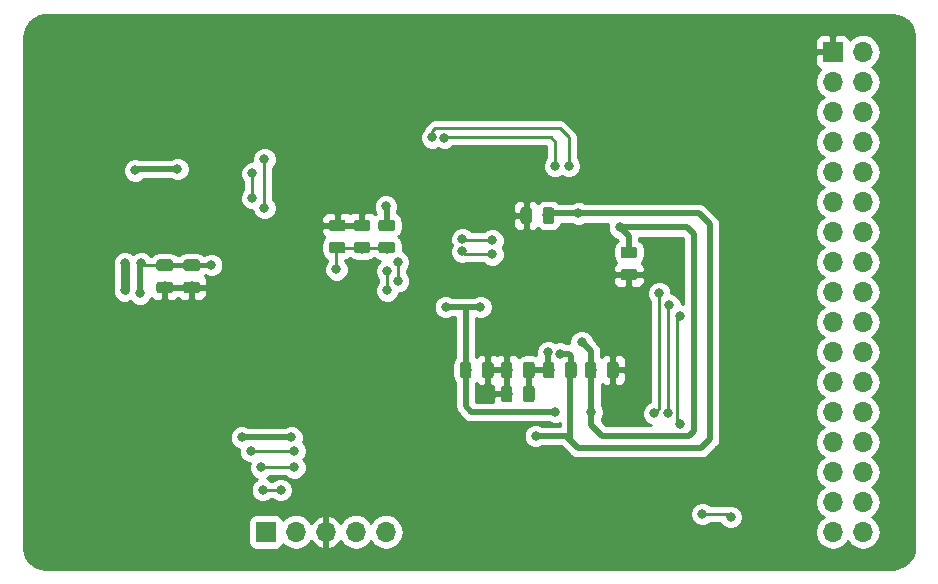
<source format=gbl>
G04 #@! TF.GenerationSoftware,KiCad,Pcbnew,5.0.1-33cea8e~68~ubuntu18.04.1*
G04 #@! TF.CreationDate,2018-12-16T18:27:52+03:00*
G04 #@! TF.ProjectId,up5k_v0,7570356B5F76302E6B696361645F7063,rev?*
G04 #@! TF.SameCoordinates,Original*
G04 #@! TF.FileFunction,Copper,L2,Bot,Signal*
G04 #@! TF.FilePolarity,Positive*
%FSLAX46Y46*%
G04 Gerber Fmt 4.6, Leading zero omitted, Abs format (unit mm)*
G04 Created by KiCad (PCBNEW 5.0.1-33cea8e~68~ubuntu18.04.1) date Paz 16 Ara 2018 18:27:52 +03*
%MOMM*%
%LPD*%
G01*
G04 APERTURE LIST*
G04 #@! TA.AperFunction,Conductor*
%ADD10C,0.100000*%
G04 #@! TD*
G04 #@! TA.AperFunction,SMDPad,CuDef*
%ADD11C,0.975000*%
G04 #@! TD*
G04 #@! TA.AperFunction,ComponentPad*
%ADD12R,1.700000X1.700000*%
G04 #@! TD*
G04 #@! TA.AperFunction,ComponentPad*
%ADD13O,1.700000X1.700000*%
G04 #@! TD*
G04 #@! TA.AperFunction,ViaPad*
%ADD14C,0.800000*%
G04 #@! TD*
G04 #@! TA.AperFunction,Conductor*
%ADD15C,0.250000*%
G04 #@! TD*
G04 #@! TA.AperFunction,Conductor*
%ADD16C,0.504000*%
G04 #@! TD*
G04 #@! TA.AperFunction,Conductor*
%ADD17C,0.402400*%
G04 #@! TD*
G04 #@! TA.AperFunction,Conductor*
%ADD18C,0.500000*%
G04 #@! TD*
G04 #@! TA.AperFunction,Conductor*
%ADD19C,0.750000*%
G04 #@! TD*
G04 #@! TA.AperFunction,Conductor*
%ADD20C,0.254000*%
G04 #@! TD*
G04 APERTURE END LIST*
D10*
G04 #@! TO.N,GND*
G04 #@! TO.C,C13*
G36*
X134416642Y-88017674D02*
X134440303Y-88021184D01*
X134463507Y-88026996D01*
X134486029Y-88035054D01*
X134507653Y-88045282D01*
X134528170Y-88057579D01*
X134547383Y-88071829D01*
X134565107Y-88087893D01*
X134581171Y-88105617D01*
X134595421Y-88124830D01*
X134607718Y-88145347D01*
X134617946Y-88166971D01*
X134626004Y-88189493D01*
X134631816Y-88212697D01*
X134635326Y-88236358D01*
X134636500Y-88260250D01*
X134636500Y-88747750D01*
X134635326Y-88771642D01*
X134631816Y-88795303D01*
X134626004Y-88818507D01*
X134617946Y-88841029D01*
X134607718Y-88862653D01*
X134595421Y-88883170D01*
X134581171Y-88902383D01*
X134565107Y-88920107D01*
X134547383Y-88936171D01*
X134528170Y-88950421D01*
X134507653Y-88962718D01*
X134486029Y-88972946D01*
X134463507Y-88981004D01*
X134440303Y-88986816D01*
X134416642Y-88990326D01*
X134392750Y-88991500D01*
X133480250Y-88991500D01*
X133456358Y-88990326D01*
X133432697Y-88986816D01*
X133409493Y-88981004D01*
X133386971Y-88972946D01*
X133365347Y-88962718D01*
X133344830Y-88950421D01*
X133325617Y-88936171D01*
X133307893Y-88920107D01*
X133291829Y-88902383D01*
X133277579Y-88883170D01*
X133265282Y-88862653D01*
X133255054Y-88841029D01*
X133246996Y-88818507D01*
X133241184Y-88795303D01*
X133237674Y-88771642D01*
X133236500Y-88747750D01*
X133236500Y-88260250D01*
X133237674Y-88236358D01*
X133241184Y-88212697D01*
X133246996Y-88189493D01*
X133255054Y-88166971D01*
X133265282Y-88145347D01*
X133277579Y-88124830D01*
X133291829Y-88105617D01*
X133307893Y-88087893D01*
X133325617Y-88071829D01*
X133344830Y-88057579D01*
X133365347Y-88045282D01*
X133386971Y-88035054D01*
X133409493Y-88026996D01*
X133432697Y-88021184D01*
X133456358Y-88017674D01*
X133480250Y-88016500D01*
X134392750Y-88016500D01*
X134416642Y-88017674D01*
X134416642Y-88017674D01*
G37*
D11*
G04 #@! TD*
G04 #@! TO.P,C13,2*
G04 #@! TO.N,GND*
X133936500Y-88504000D03*
D10*
G04 #@! TO.N,+3V3*
G04 #@! TO.C,C13*
G36*
X134416642Y-86142674D02*
X134440303Y-86146184D01*
X134463507Y-86151996D01*
X134486029Y-86160054D01*
X134507653Y-86170282D01*
X134528170Y-86182579D01*
X134547383Y-86196829D01*
X134565107Y-86212893D01*
X134581171Y-86230617D01*
X134595421Y-86249830D01*
X134607718Y-86270347D01*
X134617946Y-86291971D01*
X134626004Y-86314493D01*
X134631816Y-86337697D01*
X134635326Y-86361358D01*
X134636500Y-86385250D01*
X134636500Y-86872750D01*
X134635326Y-86896642D01*
X134631816Y-86920303D01*
X134626004Y-86943507D01*
X134617946Y-86966029D01*
X134607718Y-86987653D01*
X134595421Y-87008170D01*
X134581171Y-87027383D01*
X134565107Y-87045107D01*
X134547383Y-87061171D01*
X134528170Y-87075421D01*
X134507653Y-87087718D01*
X134486029Y-87097946D01*
X134463507Y-87106004D01*
X134440303Y-87111816D01*
X134416642Y-87115326D01*
X134392750Y-87116500D01*
X133480250Y-87116500D01*
X133456358Y-87115326D01*
X133432697Y-87111816D01*
X133409493Y-87106004D01*
X133386971Y-87097946D01*
X133365347Y-87087718D01*
X133344830Y-87075421D01*
X133325617Y-87061171D01*
X133307893Y-87045107D01*
X133291829Y-87027383D01*
X133277579Y-87008170D01*
X133265282Y-86987653D01*
X133255054Y-86966029D01*
X133246996Y-86943507D01*
X133241184Y-86920303D01*
X133237674Y-86896642D01*
X133236500Y-86872750D01*
X133236500Y-86385250D01*
X133237674Y-86361358D01*
X133241184Y-86337697D01*
X133246996Y-86314493D01*
X133255054Y-86291971D01*
X133265282Y-86270347D01*
X133277579Y-86249830D01*
X133291829Y-86230617D01*
X133307893Y-86212893D01*
X133325617Y-86196829D01*
X133344830Y-86182579D01*
X133365347Y-86170282D01*
X133386971Y-86160054D01*
X133409493Y-86151996D01*
X133432697Y-86146184D01*
X133456358Y-86142674D01*
X133480250Y-86141500D01*
X134392750Y-86141500D01*
X134416642Y-86142674D01*
X134416642Y-86142674D01*
G37*
D11*
G04 #@! TD*
G04 #@! TO.P,C13,1*
G04 #@! TO.N,+3V3*
X133936500Y-86629000D03*
D10*
G04 #@! TO.N,GND*
G04 #@! TO.C,C12*
G36*
X136702642Y-88017674D02*
X136726303Y-88021184D01*
X136749507Y-88026996D01*
X136772029Y-88035054D01*
X136793653Y-88045282D01*
X136814170Y-88057579D01*
X136833383Y-88071829D01*
X136851107Y-88087893D01*
X136867171Y-88105617D01*
X136881421Y-88124830D01*
X136893718Y-88145347D01*
X136903946Y-88166971D01*
X136912004Y-88189493D01*
X136917816Y-88212697D01*
X136921326Y-88236358D01*
X136922500Y-88260250D01*
X136922500Y-88747750D01*
X136921326Y-88771642D01*
X136917816Y-88795303D01*
X136912004Y-88818507D01*
X136903946Y-88841029D01*
X136893718Y-88862653D01*
X136881421Y-88883170D01*
X136867171Y-88902383D01*
X136851107Y-88920107D01*
X136833383Y-88936171D01*
X136814170Y-88950421D01*
X136793653Y-88962718D01*
X136772029Y-88972946D01*
X136749507Y-88981004D01*
X136726303Y-88986816D01*
X136702642Y-88990326D01*
X136678750Y-88991500D01*
X135766250Y-88991500D01*
X135742358Y-88990326D01*
X135718697Y-88986816D01*
X135695493Y-88981004D01*
X135672971Y-88972946D01*
X135651347Y-88962718D01*
X135630830Y-88950421D01*
X135611617Y-88936171D01*
X135593893Y-88920107D01*
X135577829Y-88902383D01*
X135563579Y-88883170D01*
X135551282Y-88862653D01*
X135541054Y-88841029D01*
X135532996Y-88818507D01*
X135527184Y-88795303D01*
X135523674Y-88771642D01*
X135522500Y-88747750D01*
X135522500Y-88260250D01*
X135523674Y-88236358D01*
X135527184Y-88212697D01*
X135532996Y-88189493D01*
X135541054Y-88166971D01*
X135551282Y-88145347D01*
X135563579Y-88124830D01*
X135577829Y-88105617D01*
X135593893Y-88087893D01*
X135611617Y-88071829D01*
X135630830Y-88057579D01*
X135651347Y-88045282D01*
X135672971Y-88035054D01*
X135695493Y-88026996D01*
X135718697Y-88021184D01*
X135742358Y-88017674D01*
X135766250Y-88016500D01*
X136678750Y-88016500D01*
X136702642Y-88017674D01*
X136702642Y-88017674D01*
G37*
D11*
G04 #@! TD*
G04 #@! TO.P,C12,1*
G04 #@! TO.N,GND*
X136222500Y-88504000D03*
D10*
G04 #@! TO.N,+3V3*
G04 #@! TO.C,C12*
G36*
X136702642Y-86142674D02*
X136726303Y-86146184D01*
X136749507Y-86151996D01*
X136772029Y-86160054D01*
X136793653Y-86170282D01*
X136814170Y-86182579D01*
X136833383Y-86196829D01*
X136851107Y-86212893D01*
X136867171Y-86230617D01*
X136881421Y-86249830D01*
X136893718Y-86270347D01*
X136903946Y-86291971D01*
X136912004Y-86314493D01*
X136917816Y-86337697D01*
X136921326Y-86361358D01*
X136922500Y-86385250D01*
X136922500Y-86872750D01*
X136921326Y-86896642D01*
X136917816Y-86920303D01*
X136912004Y-86943507D01*
X136903946Y-86966029D01*
X136893718Y-86987653D01*
X136881421Y-87008170D01*
X136867171Y-87027383D01*
X136851107Y-87045107D01*
X136833383Y-87061171D01*
X136814170Y-87075421D01*
X136793653Y-87087718D01*
X136772029Y-87097946D01*
X136749507Y-87106004D01*
X136726303Y-87111816D01*
X136702642Y-87115326D01*
X136678750Y-87116500D01*
X135766250Y-87116500D01*
X135742358Y-87115326D01*
X135718697Y-87111816D01*
X135695493Y-87106004D01*
X135672971Y-87097946D01*
X135651347Y-87087718D01*
X135630830Y-87075421D01*
X135611617Y-87061171D01*
X135593893Y-87045107D01*
X135577829Y-87027383D01*
X135563579Y-87008170D01*
X135551282Y-86987653D01*
X135541054Y-86966029D01*
X135532996Y-86943507D01*
X135527184Y-86920303D01*
X135523674Y-86896642D01*
X135522500Y-86872750D01*
X135522500Y-86385250D01*
X135523674Y-86361358D01*
X135527184Y-86337697D01*
X135532996Y-86314493D01*
X135541054Y-86291971D01*
X135551282Y-86270347D01*
X135563579Y-86249830D01*
X135577829Y-86230617D01*
X135593893Y-86212893D01*
X135611617Y-86196829D01*
X135630830Y-86182579D01*
X135651347Y-86170282D01*
X135672971Y-86160054D01*
X135695493Y-86151996D01*
X135718697Y-86146184D01*
X135742358Y-86142674D01*
X135766250Y-86141500D01*
X136678750Y-86141500D01*
X136702642Y-86142674D01*
X136702642Y-86142674D01*
G37*
D11*
G04 #@! TD*
G04 #@! TO.P,C12,2*
G04 #@! TO.N,+3V3*
X136222500Y-86629000D03*
D10*
G04 #@! TO.N,+3V3*
G04 #@! TO.C,C6*
G36*
X173708142Y-85063174D02*
X173731803Y-85066684D01*
X173755007Y-85072496D01*
X173777529Y-85080554D01*
X173799153Y-85090782D01*
X173819670Y-85103079D01*
X173838883Y-85117329D01*
X173856607Y-85133393D01*
X173872671Y-85151117D01*
X173886921Y-85170330D01*
X173899218Y-85190847D01*
X173909446Y-85212471D01*
X173917504Y-85234993D01*
X173923316Y-85258197D01*
X173926826Y-85281858D01*
X173928000Y-85305750D01*
X173928000Y-85793250D01*
X173926826Y-85817142D01*
X173923316Y-85840803D01*
X173917504Y-85864007D01*
X173909446Y-85886529D01*
X173899218Y-85908153D01*
X173886921Y-85928670D01*
X173872671Y-85947883D01*
X173856607Y-85965607D01*
X173838883Y-85981671D01*
X173819670Y-85995921D01*
X173799153Y-86008218D01*
X173777529Y-86018446D01*
X173755007Y-86026504D01*
X173731803Y-86032316D01*
X173708142Y-86035826D01*
X173684250Y-86037000D01*
X172771750Y-86037000D01*
X172747858Y-86035826D01*
X172724197Y-86032316D01*
X172700993Y-86026504D01*
X172678471Y-86018446D01*
X172656847Y-86008218D01*
X172636330Y-85995921D01*
X172617117Y-85981671D01*
X172599393Y-85965607D01*
X172583329Y-85947883D01*
X172569079Y-85928670D01*
X172556782Y-85908153D01*
X172546554Y-85886529D01*
X172538496Y-85864007D01*
X172532684Y-85840803D01*
X172529174Y-85817142D01*
X172528000Y-85793250D01*
X172528000Y-85305750D01*
X172529174Y-85281858D01*
X172532684Y-85258197D01*
X172538496Y-85234993D01*
X172546554Y-85212471D01*
X172556782Y-85190847D01*
X172569079Y-85170330D01*
X172583329Y-85151117D01*
X172599393Y-85133393D01*
X172617117Y-85117329D01*
X172636330Y-85103079D01*
X172656847Y-85090782D01*
X172678471Y-85080554D01*
X172700993Y-85072496D01*
X172724197Y-85066684D01*
X172747858Y-85063174D01*
X172771750Y-85062000D01*
X173684250Y-85062000D01*
X173708142Y-85063174D01*
X173708142Y-85063174D01*
G37*
D11*
G04 #@! TD*
G04 #@! TO.P,C6,1*
G04 #@! TO.N,+3V3*
X173228000Y-85549500D03*
D10*
G04 #@! TO.N,GND*
G04 #@! TO.C,C6*
G36*
X173708142Y-86938174D02*
X173731803Y-86941684D01*
X173755007Y-86947496D01*
X173777529Y-86955554D01*
X173799153Y-86965782D01*
X173819670Y-86978079D01*
X173838883Y-86992329D01*
X173856607Y-87008393D01*
X173872671Y-87026117D01*
X173886921Y-87045330D01*
X173899218Y-87065847D01*
X173909446Y-87087471D01*
X173917504Y-87109993D01*
X173923316Y-87133197D01*
X173926826Y-87156858D01*
X173928000Y-87180750D01*
X173928000Y-87668250D01*
X173926826Y-87692142D01*
X173923316Y-87715803D01*
X173917504Y-87739007D01*
X173909446Y-87761529D01*
X173899218Y-87783153D01*
X173886921Y-87803670D01*
X173872671Y-87822883D01*
X173856607Y-87840607D01*
X173838883Y-87856671D01*
X173819670Y-87870921D01*
X173799153Y-87883218D01*
X173777529Y-87893446D01*
X173755007Y-87901504D01*
X173731803Y-87907316D01*
X173708142Y-87910826D01*
X173684250Y-87912000D01*
X172771750Y-87912000D01*
X172747858Y-87910826D01*
X172724197Y-87907316D01*
X172700993Y-87901504D01*
X172678471Y-87893446D01*
X172656847Y-87883218D01*
X172636330Y-87870921D01*
X172617117Y-87856671D01*
X172599393Y-87840607D01*
X172583329Y-87822883D01*
X172569079Y-87803670D01*
X172556782Y-87783153D01*
X172546554Y-87761529D01*
X172538496Y-87739007D01*
X172532684Y-87715803D01*
X172529174Y-87692142D01*
X172528000Y-87668250D01*
X172528000Y-87180750D01*
X172529174Y-87156858D01*
X172532684Y-87133197D01*
X172538496Y-87109993D01*
X172546554Y-87087471D01*
X172556782Y-87065847D01*
X172569079Y-87045330D01*
X172583329Y-87026117D01*
X172599393Y-87008393D01*
X172617117Y-86992329D01*
X172636330Y-86978079D01*
X172656847Y-86965782D01*
X172678471Y-86955554D01*
X172700993Y-86947496D01*
X172724197Y-86941684D01*
X172747858Y-86938174D01*
X172771750Y-86937000D01*
X173684250Y-86937000D01*
X173708142Y-86938174D01*
X173708142Y-86938174D01*
G37*
D11*
G04 #@! TD*
G04 #@! TO.P,C6,2*
G04 #@! TO.N,GND*
X173228000Y-87424500D03*
D12*
G04 #@! TO.P,J3,1*
G04 #@! TO.N,MCU_NRST*
X142494000Y-109220000D03*
D13*
G04 #@! TO.P,J3,2*
G04 #@! TO.N,SWDIO*
X145034000Y-109220000D03*
G04 #@! TO.P,J3,3*
G04 #@! TO.N,GND*
X147574000Y-109220000D03*
G04 #@! TO.P,J3,4*
G04 #@! TO.N,SWCLK*
X150114000Y-109220000D03*
G04 #@! TO.P,J3,5*
G04 #@! TO.N,+3V3*
X152654000Y-109220000D03*
G04 #@! TD*
D12*
G04 #@! TO.P,J2,1*
G04 #@! TO.N,GND*
X190500000Y-68580000D03*
D13*
G04 #@! TO.P,J2,2*
G04 #@! TO.N,+5V*
X193040000Y-68580000D03*
G04 #@! TO.P,J2,3*
G04 #@! TO.N,Net-(J2-Pad3)*
X190500000Y-71120000D03*
G04 #@! TO.P,J2,4*
G04 #@! TO.N,P24*
X193040000Y-71120000D03*
G04 #@! TO.P,J2,5*
G04 #@! TO.N,P20*
X190500000Y-73660000D03*
G04 #@! TO.P,J2,6*
G04 #@! TO.N,P22*
X193040000Y-73660000D03*
G04 #@! TO.P,J2,7*
G04 #@! TO.N,P18*
X190500000Y-76200000D03*
G04 #@! TO.P,J2,8*
G04 #@! TO.N,P16*
X193040000Y-76200000D03*
G04 #@! TO.P,J2,9*
G04 #@! TO.N,P13*
X190500000Y-78740000D03*
G04 #@! TO.P,J2,10*
G04 #@! TO.N,P8*
X193040000Y-78740000D03*
G04 #@! TO.P,J2,11*
G04 #@! TO.N,P9*
X190500000Y-81280000D03*
G04 #@! TO.P,J2,12*
G04 #@! TO.N,P6*
X193040000Y-81280000D03*
G04 #@! TO.P,J2,13*
G04 #@! TO.N,P4*
X190500000Y-83820000D03*
G04 #@! TO.P,J2,14*
G04 #@! TO.N,P2*
X193040000Y-83820000D03*
G04 #@! TO.P,J2,15*
G04 #@! TO.N,P0*
X190500000Y-86360000D03*
G04 #@! TO.P,J2,16*
G04 #@! TO.N,P5*
X193040000Y-86360000D03*
G04 #@! TO.P,J2,17*
G04 #@! TO.N,P3*
X190500000Y-88900000D03*
G04 #@! TO.P,J2,18*
G04 #@! TO.N,P49*
X193040000Y-88900000D03*
G04 #@! TO.P,J2,19*
G04 #@! TO.N,P51*
X190500000Y-91440000D03*
G04 #@! TO.P,J2,20*
G04 #@! TO.N,P50*
X193040000Y-91440000D03*
G04 #@! TO.P,J2,21*
G04 #@! TO.N,P45*
X190500000Y-93980000D03*
G04 #@! TO.P,J2,22*
G04 #@! TO.N,P48*
X193040000Y-93980000D03*
G04 #@! TO.P,J2,23*
G04 #@! TO.N,P46*
X190500000Y-96520000D03*
G04 #@! TO.P,J2,24*
G04 #@! TO.N,P44*
X193040000Y-96520000D03*
G04 #@! TO.P,J2,25*
G04 #@! TO.N,P43*
X190500000Y-99060000D03*
G04 #@! TO.P,J2,26*
G04 #@! TO.N,P42*
X193040000Y-99060000D03*
G04 #@! TO.P,J2,27*
G04 #@! TO.N,P41*
X190500000Y-101600000D03*
G04 #@! TO.P,J2,28*
G04 #@! TO.N,P38*
X193040000Y-101600000D03*
G04 #@! TO.P,J2,29*
G04 #@! TO.N,P39*
X190500000Y-104140000D03*
G04 #@! TO.P,J2,30*
G04 #@! TO.N,P36*
X193040000Y-104140000D03*
G04 #@! TO.P,J2,31*
G04 #@! TO.N,P23*
X190500000Y-106680000D03*
G04 #@! TO.P,J2,32*
G04 #@! TO.N,P25*
X193040000Y-106680000D03*
G04 #@! TO.P,J2,33*
G04 #@! TO.N,P29*
X190500000Y-109220000D03*
G04 #@! TO.P,J2,34*
G04 #@! TO.N,P31*
X193040000Y-109220000D03*
G04 #@! TD*
D10*
G04 #@! TO.N,GND*
G04 #@! TO.C,C1*
G36*
X163160142Y-96837174D02*
X163183803Y-96840684D01*
X163207007Y-96846496D01*
X163229529Y-96854554D01*
X163251153Y-96864782D01*
X163271670Y-96877079D01*
X163290883Y-96891329D01*
X163308607Y-96907393D01*
X163324671Y-96925117D01*
X163338921Y-96944330D01*
X163351218Y-96964847D01*
X163361446Y-96986471D01*
X163369504Y-97008993D01*
X163375316Y-97032197D01*
X163378826Y-97055858D01*
X163380000Y-97079750D01*
X163380000Y-97992250D01*
X163378826Y-98016142D01*
X163375316Y-98039803D01*
X163369504Y-98063007D01*
X163361446Y-98085529D01*
X163351218Y-98107153D01*
X163338921Y-98127670D01*
X163324671Y-98146883D01*
X163308607Y-98164607D01*
X163290883Y-98180671D01*
X163271670Y-98194921D01*
X163251153Y-98207218D01*
X163229529Y-98217446D01*
X163207007Y-98225504D01*
X163183803Y-98231316D01*
X163160142Y-98234826D01*
X163136250Y-98236000D01*
X162648750Y-98236000D01*
X162624858Y-98234826D01*
X162601197Y-98231316D01*
X162577993Y-98225504D01*
X162555471Y-98217446D01*
X162533847Y-98207218D01*
X162513330Y-98194921D01*
X162494117Y-98180671D01*
X162476393Y-98164607D01*
X162460329Y-98146883D01*
X162446079Y-98127670D01*
X162433782Y-98107153D01*
X162423554Y-98085529D01*
X162415496Y-98063007D01*
X162409684Y-98039803D01*
X162406174Y-98016142D01*
X162405000Y-97992250D01*
X162405000Y-97079750D01*
X162406174Y-97055858D01*
X162409684Y-97032197D01*
X162415496Y-97008993D01*
X162423554Y-96986471D01*
X162433782Y-96964847D01*
X162446079Y-96944330D01*
X162460329Y-96925117D01*
X162476393Y-96907393D01*
X162494117Y-96891329D01*
X162513330Y-96877079D01*
X162533847Y-96864782D01*
X162555471Y-96854554D01*
X162577993Y-96846496D01*
X162601197Y-96840684D01*
X162624858Y-96837174D01*
X162648750Y-96836000D01*
X163136250Y-96836000D01*
X163160142Y-96837174D01*
X163160142Y-96837174D01*
G37*
D11*
G04 #@! TD*
G04 #@! TO.P,C1,2*
G04 #@! TO.N,GND*
X162892500Y-97536000D03*
D10*
G04 #@! TO.N,Net-(C1-Pad1)*
G04 #@! TO.C,C1*
G36*
X165035142Y-96837174D02*
X165058803Y-96840684D01*
X165082007Y-96846496D01*
X165104529Y-96854554D01*
X165126153Y-96864782D01*
X165146670Y-96877079D01*
X165165883Y-96891329D01*
X165183607Y-96907393D01*
X165199671Y-96925117D01*
X165213921Y-96944330D01*
X165226218Y-96964847D01*
X165236446Y-96986471D01*
X165244504Y-97008993D01*
X165250316Y-97032197D01*
X165253826Y-97055858D01*
X165255000Y-97079750D01*
X165255000Y-97992250D01*
X165253826Y-98016142D01*
X165250316Y-98039803D01*
X165244504Y-98063007D01*
X165236446Y-98085529D01*
X165226218Y-98107153D01*
X165213921Y-98127670D01*
X165199671Y-98146883D01*
X165183607Y-98164607D01*
X165165883Y-98180671D01*
X165146670Y-98194921D01*
X165126153Y-98207218D01*
X165104529Y-98217446D01*
X165082007Y-98225504D01*
X165058803Y-98231316D01*
X165035142Y-98234826D01*
X165011250Y-98236000D01*
X164523750Y-98236000D01*
X164499858Y-98234826D01*
X164476197Y-98231316D01*
X164452993Y-98225504D01*
X164430471Y-98217446D01*
X164408847Y-98207218D01*
X164388330Y-98194921D01*
X164369117Y-98180671D01*
X164351393Y-98164607D01*
X164335329Y-98146883D01*
X164321079Y-98127670D01*
X164308782Y-98107153D01*
X164298554Y-98085529D01*
X164290496Y-98063007D01*
X164284684Y-98039803D01*
X164281174Y-98016142D01*
X164280000Y-97992250D01*
X164280000Y-97079750D01*
X164281174Y-97055858D01*
X164284684Y-97032197D01*
X164290496Y-97008993D01*
X164298554Y-96986471D01*
X164308782Y-96964847D01*
X164321079Y-96944330D01*
X164335329Y-96925117D01*
X164351393Y-96907393D01*
X164369117Y-96891329D01*
X164388330Y-96877079D01*
X164408847Y-96864782D01*
X164430471Y-96854554D01*
X164452993Y-96846496D01*
X164476197Y-96840684D01*
X164499858Y-96837174D01*
X164523750Y-96836000D01*
X165011250Y-96836000D01*
X165035142Y-96837174D01*
X165035142Y-96837174D01*
G37*
D11*
G04 #@! TD*
G04 #@! TO.P,C1,1*
G04 #@! TO.N,Net-(C1-Pad1)*
X164767500Y-97536000D03*
D10*
G04 #@! TO.N,Net-(C1-Pad1)*
G04 #@! TO.C,C2*
G36*
X165035142Y-94805174D02*
X165058803Y-94808684D01*
X165082007Y-94814496D01*
X165104529Y-94822554D01*
X165126153Y-94832782D01*
X165146670Y-94845079D01*
X165165883Y-94859329D01*
X165183607Y-94875393D01*
X165199671Y-94893117D01*
X165213921Y-94912330D01*
X165226218Y-94932847D01*
X165236446Y-94954471D01*
X165244504Y-94976993D01*
X165250316Y-95000197D01*
X165253826Y-95023858D01*
X165255000Y-95047750D01*
X165255000Y-95960250D01*
X165253826Y-95984142D01*
X165250316Y-96007803D01*
X165244504Y-96031007D01*
X165236446Y-96053529D01*
X165226218Y-96075153D01*
X165213921Y-96095670D01*
X165199671Y-96114883D01*
X165183607Y-96132607D01*
X165165883Y-96148671D01*
X165146670Y-96162921D01*
X165126153Y-96175218D01*
X165104529Y-96185446D01*
X165082007Y-96193504D01*
X165058803Y-96199316D01*
X165035142Y-96202826D01*
X165011250Y-96204000D01*
X164523750Y-96204000D01*
X164499858Y-96202826D01*
X164476197Y-96199316D01*
X164452993Y-96193504D01*
X164430471Y-96185446D01*
X164408847Y-96175218D01*
X164388330Y-96162921D01*
X164369117Y-96148671D01*
X164351393Y-96132607D01*
X164335329Y-96114883D01*
X164321079Y-96095670D01*
X164308782Y-96075153D01*
X164298554Y-96053529D01*
X164290496Y-96031007D01*
X164284684Y-96007803D01*
X164281174Y-95984142D01*
X164280000Y-95960250D01*
X164280000Y-95047750D01*
X164281174Y-95023858D01*
X164284684Y-95000197D01*
X164290496Y-94976993D01*
X164298554Y-94954471D01*
X164308782Y-94932847D01*
X164321079Y-94912330D01*
X164335329Y-94893117D01*
X164351393Y-94875393D01*
X164369117Y-94859329D01*
X164388330Y-94845079D01*
X164408847Y-94832782D01*
X164430471Y-94822554D01*
X164452993Y-94814496D01*
X164476197Y-94808684D01*
X164499858Y-94805174D01*
X164523750Y-94804000D01*
X165011250Y-94804000D01*
X165035142Y-94805174D01*
X165035142Y-94805174D01*
G37*
D11*
G04 #@! TD*
G04 #@! TO.P,C2,1*
G04 #@! TO.N,Net-(C1-Pad1)*
X164767500Y-95504000D03*
D10*
G04 #@! TO.N,GND*
G04 #@! TO.C,C2*
G36*
X163160142Y-94805174D02*
X163183803Y-94808684D01*
X163207007Y-94814496D01*
X163229529Y-94822554D01*
X163251153Y-94832782D01*
X163271670Y-94845079D01*
X163290883Y-94859329D01*
X163308607Y-94875393D01*
X163324671Y-94893117D01*
X163338921Y-94912330D01*
X163351218Y-94932847D01*
X163361446Y-94954471D01*
X163369504Y-94976993D01*
X163375316Y-95000197D01*
X163378826Y-95023858D01*
X163380000Y-95047750D01*
X163380000Y-95960250D01*
X163378826Y-95984142D01*
X163375316Y-96007803D01*
X163369504Y-96031007D01*
X163361446Y-96053529D01*
X163351218Y-96075153D01*
X163338921Y-96095670D01*
X163324671Y-96114883D01*
X163308607Y-96132607D01*
X163290883Y-96148671D01*
X163271670Y-96162921D01*
X163251153Y-96175218D01*
X163229529Y-96185446D01*
X163207007Y-96193504D01*
X163183803Y-96199316D01*
X163160142Y-96202826D01*
X163136250Y-96204000D01*
X162648750Y-96204000D01*
X162624858Y-96202826D01*
X162601197Y-96199316D01*
X162577993Y-96193504D01*
X162555471Y-96185446D01*
X162533847Y-96175218D01*
X162513330Y-96162921D01*
X162494117Y-96148671D01*
X162476393Y-96132607D01*
X162460329Y-96114883D01*
X162446079Y-96095670D01*
X162433782Y-96075153D01*
X162423554Y-96053529D01*
X162415496Y-96031007D01*
X162409684Y-96007803D01*
X162406174Y-95984142D01*
X162405000Y-95960250D01*
X162405000Y-95047750D01*
X162406174Y-95023858D01*
X162409684Y-95000197D01*
X162415496Y-94976993D01*
X162423554Y-94954471D01*
X162433782Y-94932847D01*
X162446079Y-94912330D01*
X162460329Y-94893117D01*
X162476393Y-94875393D01*
X162494117Y-94859329D01*
X162513330Y-94845079D01*
X162533847Y-94832782D01*
X162555471Y-94822554D01*
X162577993Y-94814496D01*
X162601197Y-94808684D01*
X162624858Y-94805174D01*
X162648750Y-94804000D01*
X163136250Y-94804000D01*
X163160142Y-94805174D01*
X163160142Y-94805174D01*
G37*
D11*
G04 #@! TD*
G04 #@! TO.P,C2,2*
G04 #@! TO.N,GND*
X162892500Y-95504000D03*
D10*
G04 #@! TO.N,GND*
G04 #@! TO.C,C3*
G36*
X149021642Y-82777174D02*
X149045303Y-82780684D01*
X149068507Y-82786496D01*
X149091029Y-82794554D01*
X149112653Y-82804782D01*
X149133170Y-82817079D01*
X149152383Y-82831329D01*
X149170107Y-82847393D01*
X149186171Y-82865117D01*
X149200421Y-82884330D01*
X149212718Y-82904847D01*
X149222946Y-82926471D01*
X149231004Y-82948993D01*
X149236816Y-82972197D01*
X149240326Y-82995858D01*
X149241500Y-83019750D01*
X149241500Y-83507250D01*
X149240326Y-83531142D01*
X149236816Y-83554803D01*
X149231004Y-83578007D01*
X149222946Y-83600529D01*
X149212718Y-83622153D01*
X149200421Y-83642670D01*
X149186171Y-83661883D01*
X149170107Y-83679607D01*
X149152383Y-83695671D01*
X149133170Y-83709921D01*
X149112653Y-83722218D01*
X149091029Y-83732446D01*
X149068507Y-83740504D01*
X149045303Y-83746316D01*
X149021642Y-83749826D01*
X148997750Y-83751000D01*
X148085250Y-83751000D01*
X148061358Y-83749826D01*
X148037697Y-83746316D01*
X148014493Y-83740504D01*
X147991971Y-83732446D01*
X147970347Y-83722218D01*
X147949830Y-83709921D01*
X147930617Y-83695671D01*
X147912893Y-83679607D01*
X147896829Y-83661883D01*
X147882579Y-83642670D01*
X147870282Y-83622153D01*
X147860054Y-83600529D01*
X147851996Y-83578007D01*
X147846184Y-83554803D01*
X147842674Y-83531142D01*
X147841500Y-83507250D01*
X147841500Y-83019750D01*
X147842674Y-82995858D01*
X147846184Y-82972197D01*
X147851996Y-82948993D01*
X147860054Y-82926471D01*
X147870282Y-82904847D01*
X147882579Y-82884330D01*
X147896829Y-82865117D01*
X147912893Y-82847393D01*
X147930617Y-82831329D01*
X147949830Y-82817079D01*
X147970347Y-82804782D01*
X147991971Y-82794554D01*
X148014493Y-82786496D01*
X148037697Y-82780684D01*
X148061358Y-82777174D01*
X148085250Y-82776000D01*
X148997750Y-82776000D01*
X149021642Y-82777174D01*
X149021642Y-82777174D01*
G37*
D11*
G04 #@! TD*
G04 #@! TO.P,C3,2*
G04 #@! TO.N,GND*
X148541500Y-83263500D03*
D10*
G04 #@! TO.N,Net-(C3-Pad1)*
G04 #@! TO.C,C3*
G36*
X149021642Y-84652174D02*
X149045303Y-84655684D01*
X149068507Y-84661496D01*
X149091029Y-84669554D01*
X149112653Y-84679782D01*
X149133170Y-84692079D01*
X149152383Y-84706329D01*
X149170107Y-84722393D01*
X149186171Y-84740117D01*
X149200421Y-84759330D01*
X149212718Y-84779847D01*
X149222946Y-84801471D01*
X149231004Y-84823993D01*
X149236816Y-84847197D01*
X149240326Y-84870858D01*
X149241500Y-84894750D01*
X149241500Y-85382250D01*
X149240326Y-85406142D01*
X149236816Y-85429803D01*
X149231004Y-85453007D01*
X149222946Y-85475529D01*
X149212718Y-85497153D01*
X149200421Y-85517670D01*
X149186171Y-85536883D01*
X149170107Y-85554607D01*
X149152383Y-85570671D01*
X149133170Y-85584921D01*
X149112653Y-85597218D01*
X149091029Y-85607446D01*
X149068507Y-85615504D01*
X149045303Y-85621316D01*
X149021642Y-85624826D01*
X148997750Y-85626000D01*
X148085250Y-85626000D01*
X148061358Y-85624826D01*
X148037697Y-85621316D01*
X148014493Y-85615504D01*
X147991971Y-85607446D01*
X147970347Y-85597218D01*
X147949830Y-85584921D01*
X147930617Y-85570671D01*
X147912893Y-85554607D01*
X147896829Y-85536883D01*
X147882579Y-85517670D01*
X147870282Y-85497153D01*
X147860054Y-85475529D01*
X147851996Y-85453007D01*
X147846184Y-85429803D01*
X147842674Y-85406142D01*
X147841500Y-85382250D01*
X147841500Y-84894750D01*
X147842674Y-84870858D01*
X147846184Y-84847197D01*
X147851996Y-84823993D01*
X147860054Y-84801471D01*
X147870282Y-84779847D01*
X147882579Y-84759330D01*
X147896829Y-84740117D01*
X147912893Y-84722393D01*
X147930617Y-84706329D01*
X147949830Y-84692079D01*
X147970347Y-84679782D01*
X147991971Y-84669554D01*
X148014493Y-84661496D01*
X148037697Y-84655684D01*
X148061358Y-84652174D01*
X148085250Y-84651000D01*
X148997750Y-84651000D01*
X149021642Y-84652174D01*
X149021642Y-84652174D01*
G37*
D11*
G04 #@! TD*
G04 #@! TO.P,C3,1*
G04 #@! TO.N,Net-(C3-Pad1)*
X148541500Y-85138500D03*
D10*
G04 #@! TO.N,Net-(C3-Pad1)*
G04 #@! TO.C,C4*
G36*
X151117142Y-84652174D02*
X151140803Y-84655684D01*
X151164007Y-84661496D01*
X151186529Y-84669554D01*
X151208153Y-84679782D01*
X151228670Y-84692079D01*
X151247883Y-84706329D01*
X151265607Y-84722393D01*
X151281671Y-84740117D01*
X151295921Y-84759330D01*
X151308218Y-84779847D01*
X151318446Y-84801471D01*
X151326504Y-84823993D01*
X151332316Y-84847197D01*
X151335826Y-84870858D01*
X151337000Y-84894750D01*
X151337000Y-85382250D01*
X151335826Y-85406142D01*
X151332316Y-85429803D01*
X151326504Y-85453007D01*
X151318446Y-85475529D01*
X151308218Y-85497153D01*
X151295921Y-85517670D01*
X151281671Y-85536883D01*
X151265607Y-85554607D01*
X151247883Y-85570671D01*
X151228670Y-85584921D01*
X151208153Y-85597218D01*
X151186529Y-85607446D01*
X151164007Y-85615504D01*
X151140803Y-85621316D01*
X151117142Y-85624826D01*
X151093250Y-85626000D01*
X150180750Y-85626000D01*
X150156858Y-85624826D01*
X150133197Y-85621316D01*
X150109993Y-85615504D01*
X150087471Y-85607446D01*
X150065847Y-85597218D01*
X150045330Y-85584921D01*
X150026117Y-85570671D01*
X150008393Y-85554607D01*
X149992329Y-85536883D01*
X149978079Y-85517670D01*
X149965782Y-85497153D01*
X149955554Y-85475529D01*
X149947496Y-85453007D01*
X149941684Y-85429803D01*
X149938174Y-85406142D01*
X149937000Y-85382250D01*
X149937000Y-84894750D01*
X149938174Y-84870858D01*
X149941684Y-84847197D01*
X149947496Y-84823993D01*
X149955554Y-84801471D01*
X149965782Y-84779847D01*
X149978079Y-84759330D01*
X149992329Y-84740117D01*
X150008393Y-84722393D01*
X150026117Y-84706329D01*
X150045330Y-84692079D01*
X150065847Y-84679782D01*
X150087471Y-84669554D01*
X150109993Y-84661496D01*
X150133197Y-84655684D01*
X150156858Y-84652174D01*
X150180750Y-84651000D01*
X151093250Y-84651000D01*
X151117142Y-84652174D01*
X151117142Y-84652174D01*
G37*
D11*
G04 #@! TD*
G04 #@! TO.P,C4,1*
G04 #@! TO.N,Net-(C3-Pad1)*
X150637000Y-85138500D03*
D10*
G04 #@! TO.N,GND*
G04 #@! TO.C,C4*
G36*
X151117142Y-82777174D02*
X151140803Y-82780684D01*
X151164007Y-82786496D01*
X151186529Y-82794554D01*
X151208153Y-82804782D01*
X151228670Y-82817079D01*
X151247883Y-82831329D01*
X151265607Y-82847393D01*
X151281671Y-82865117D01*
X151295921Y-82884330D01*
X151308218Y-82904847D01*
X151318446Y-82926471D01*
X151326504Y-82948993D01*
X151332316Y-82972197D01*
X151335826Y-82995858D01*
X151337000Y-83019750D01*
X151337000Y-83507250D01*
X151335826Y-83531142D01*
X151332316Y-83554803D01*
X151326504Y-83578007D01*
X151318446Y-83600529D01*
X151308218Y-83622153D01*
X151295921Y-83642670D01*
X151281671Y-83661883D01*
X151265607Y-83679607D01*
X151247883Y-83695671D01*
X151228670Y-83709921D01*
X151208153Y-83722218D01*
X151186529Y-83732446D01*
X151164007Y-83740504D01*
X151140803Y-83746316D01*
X151117142Y-83749826D01*
X151093250Y-83751000D01*
X150180750Y-83751000D01*
X150156858Y-83749826D01*
X150133197Y-83746316D01*
X150109993Y-83740504D01*
X150087471Y-83732446D01*
X150065847Y-83722218D01*
X150045330Y-83709921D01*
X150026117Y-83695671D01*
X150008393Y-83679607D01*
X149992329Y-83661883D01*
X149978079Y-83642670D01*
X149965782Y-83622153D01*
X149955554Y-83600529D01*
X149947496Y-83578007D01*
X149941684Y-83554803D01*
X149938174Y-83531142D01*
X149937000Y-83507250D01*
X149937000Y-83019750D01*
X149938174Y-82995858D01*
X149941684Y-82972197D01*
X149947496Y-82948993D01*
X149955554Y-82926471D01*
X149965782Y-82904847D01*
X149978079Y-82884330D01*
X149992329Y-82865117D01*
X150008393Y-82847393D01*
X150026117Y-82831329D01*
X150045330Y-82817079D01*
X150065847Y-82804782D01*
X150087471Y-82794554D01*
X150109993Y-82786496D01*
X150133197Y-82780684D01*
X150156858Y-82777174D01*
X150180750Y-82776000D01*
X151093250Y-82776000D01*
X151117142Y-82777174D01*
X151117142Y-82777174D01*
G37*
D11*
G04 #@! TD*
G04 #@! TO.P,C4,2*
G04 #@! TO.N,GND*
X150637000Y-83263500D03*
D10*
G04 #@! TO.N,+3V3*
G04 #@! TO.C,C5*
G36*
X170272142Y-94805174D02*
X170295803Y-94808684D01*
X170319007Y-94814496D01*
X170341529Y-94822554D01*
X170363153Y-94832782D01*
X170383670Y-94845079D01*
X170402883Y-94859329D01*
X170420607Y-94875393D01*
X170436671Y-94893117D01*
X170450921Y-94912330D01*
X170463218Y-94932847D01*
X170473446Y-94954471D01*
X170481504Y-94976993D01*
X170487316Y-95000197D01*
X170490826Y-95023858D01*
X170492000Y-95047750D01*
X170492000Y-95960250D01*
X170490826Y-95984142D01*
X170487316Y-96007803D01*
X170481504Y-96031007D01*
X170473446Y-96053529D01*
X170463218Y-96075153D01*
X170450921Y-96095670D01*
X170436671Y-96114883D01*
X170420607Y-96132607D01*
X170402883Y-96148671D01*
X170383670Y-96162921D01*
X170363153Y-96175218D01*
X170341529Y-96185446D01*
X170319007Y-96193504D01*
X170295803Y-96199316D01*
X170272142Y-96202826D01*
X170248250Y-96204000D01*
X169760750Y-96204000D01*
X169736858Y-96202826D01*
X169713197Y-96199316D01*
X169689993Y-96193504D01*
X169667471Y-96185446D01*
X169645847Y-96175218D01*
X169625330Y-96162921D01*
X169606117Y-96148671D01*
X169588393Y-96132607D01*
X169572329Y-96114883D01*
X169558079Y-96095670D01*
X169545782Y-96075153D01*
X169535554Y-96053529D01*
X169527496Y-96031007D01*
X169521684Y-96007803D01*
X169518174Y-95984142D01*
X169517000Y-95960250D01*
X169517000Y-95047750D01*
X169518174Y-95023858D01*
X169521684Y-95000197D01*
X169527496Y-94976993D01*
X169535554Y-94954471D01*
X169545782Y-94932847D01*
X169558079Y-94912330D01*
X169572329Y-94893117D01*
X169588393Y-94875393D01*
X169606117Y-94859329D01*
X169625330Y-94845079D01*
X169645847Y-94832782D01*
X169667471Y-94822554D01*
X169689993Y-94814496D01*
X169713197Y-94808684D01*
X169736858Y-94805174D01*
X169760750Y-94804000D01*
X170248250Y-94804000D01*
X170272142Y-94805174D01*
X170272142Y-94805174D01*
G37*
D11*
G04 #@! TD*
G04 #@! TO.P,C5,1*
G04 #@! TO.N,+3V3*
X170004500Y-95504000D03*
D10*
G04 #@! TO.N,GND*
G04 #@! TO.C,C5*
G36*
X172147142Y-94805174D02*
X172170803Y-94808684D01*
X172194007Y-94814496D01*
X172216529Y-94822554D01*
X172238153Y-94832782D01*
X172258670Y-94845079D01*
X172277883Y-94859329D01*
X172295607Y-94875393D01*
X172311671Y-94893117D01*
X172325921Y-94912330D01*
X172338218Y-94932847D01*
X172348446Y-94954471D01*
X172356504Y-94976993D01*
X172362316Y-95000197D01*
X172365826Y-95023858D01*
X172367000Y-95047750D01*
X172367000Y-95960250D01*
X172365826Y-95984142D01*
X172362316Y-96007803D01*
X172356504Y-96031007D01*
X172348446Y-96053529D01*
X172338218Y-96075153D01*
X172325921Y-96095670D01*
X172311671Y-96114883D01*
X172295607Y-96132607D01*
X172277883Y-96148671D01*
X172258670Y-96162921D01*
X172238153Y-96175218D01*
X172216529Y-96185446D01*
X172194007Y-96193504D01*
X172170803Y-96199316D01*
X172147142Y-96202826D01*
X172123250Y-96204000D01*
X171635750Y-96204000D01*
X171611858Y-96202826D01*
X171588197Y-96199316D01*
X171564993Y-96193504D01*
X171542471Y-96185446D01*
X171520847Y-96175218D01*
X171500330Y-96162921D01*
X171481117Y-96148671D01*
X171463393Y-96132607D01*
X171447329Y-96114883D01*
X171433079Y-96095670D01*
X171420782Y-96075153D01*
X171410554Y-96053529D01*
X171402496Y-96031007D01*
X171396684Y-96007803D01*
X171393174Y-95984142D01*
X171392000Y-95960250D01*
X171392000Y-95047750D01*
X171393174Y-95023858D01*
X171396684Y-95000197D01*
X171402496Y-94976993D01*
X171410554Y-94954471D01*
X171420782Y-94932847D01*
X171433079Y-94912330D01*
X171447329Y-94893117D01*
X171463393Y-94875393D01*
X171481117Y-94859329D01*
X171500330Y-94845079D01*
X171520847Y-94832782D01*
X171542471Y-94822554D01*
X171564993Y-94814496D01*
X171588197Y-94808684D01*
X171611858Y-94805174D01*
X171635750Y-94804000D01*
X172123250Y-94804000D01*
X172147142Y-94805174D01*
X172147142Y-94805174D01*
G37*
D11*
G04 #@! TD*
G04 #@! TO.P,C5,2*
G04 #@! TO.N,GND*
X171879500Y-95504000D03*
D10*
G04 #@! TO.N,+1V2*
G04 #@! TO.C,R2*
G36*
X168591142Y-94805174D02*
X168614803Y-94808684D01*
X168638007Y-94814496D01*
X168660529Y-94822554D01*
X168682153Y-94832782D01*
X168702670Y-94845079D01*
X168721883Y-94859329D01*
X168739607Y-94875393D01*
X168755671Y-94893117D01*
X168769921Y-94912330D01*
X168782218Y-94932847D01*
X168792446Y-94954471D01*
X168800504Y-94976993D01*
X168806316Y-95000197D01*
X168809826Y-95023858D01*
X168811000Y-95047750D01*
X168811000Y-95960250D01*
X168809826Y-95984142D01*
X168806316Y-96007803D01*
X168800504Y-96031007D01*
X168792446Y-96053529D01*
X168782218Y-96075153D01*
X168769921Y-96095670D01*
X168755671Y-96114883D01*
X168739607Y-96132607D01*
X168721883Y-96148671D01*
X168702670Y-96162921D01*
X168682153Y-96175218D01*
X168660529Y-96185446D01*
X168638007Y-96193504D01*
X168614803Y-96199316D01*
X168591142Y-96202826D01*
X168567250Y-96204000D01*
X168079750Y-96204000D01*
X168055858Y-96202826D01*
X168032197Y-96199316D01*
X168008993Y-96193504D01*
X167986471Y-96185446D01*
X167964847Y-96175218D01*
X167944330Y-96162921D01*
X167925117Y-96148671D01*
X167907393Y-96132607D01*
X167891329Y-96114883D01*
X167877079Y-96095670D01*
X167864782Y-96075153D01*
X167854554Y-96053529D01*
X167846496Y-96031007D01*
X167840684Y-96007803D01*
X167837174Y-95984142D01*
X167836000Y-95960250D01*
X167836000Y-95047750D01*
X167837174Y-95023858D01*
X167840684Y-95000197D01*
X167846496Y-94976993D01*
X167854554Y-94954471D01*
X167864782Y-94932847D01*
X167877079Y-94912330D01*
X167891329Y-94893117D01*
X167907393Y-94875393D01*
X167925117Y-94859329D01*
X167944330Y-94845079D01*
X167964847Y-94832782D01*
X167986471Y-94822554D01*
X168008993Y-94814496D01*
X168032197Y-94808684D01*
X168055858Y-94805174D01*
X168079750Y-94804000D01*
X168567250Y-94804000D01*
X168591142Y-94805174D01*
X168591142Y-94805174D01*
G37*
D11*
G04 #@! TD*
G04 #@! TO.P,R2,1*
G04 #@! TO.N,+1V2*
X168323500Y-95504000D03*
D10*
G04 #@! TO.N,Net-(C1-Pad1)*
G04 #@! TO.C,R2*
G36*
X166716142Y-94805174D02*
X166739803Y-94808684D01*
X166763007Y-94814496D01*
X166785529Y-94822554D01*
X166807153Y-94832782D01*
X166827670Y-94845079D01*
X166846883Y-94859329D01*
X166864607Y-94875393D01*
X166880671Y-94893117D01*
X166894921Y-94912330D01*
X166907218Y-94932847D01*
X166917446Y-94954471D01*
X166925504Y-94976993D01*
X166931316Y-95000197D01*
X166934826Y-95023858D01*
X166936000Y-95047750D01*
X166936000Y-95960250D01*
X166934826Y-95984142D01*
X166931316Y-96007803D01*
X166925504Y-96031007D01*
X166917446Y-96053529D01*
X166907218Y-96075153D01*
X166894921Y-96095670D01*
X166880671Y-96114883D01*
X166864607Y-96132607D01*
X166846883Y-96148671D01*
X166827670Y-96162921D01*
X166807153Y-96175218D01*
X166785529Y-96185446D01*
X166763007Y-96193504D01*
X166739803Y-96199316D01*
X166716142Y-96202826D01*
X166692250Y-96204000D01*
X166204750Y-96204000D01*
X166180858Y-96202826D01*
X166157197Y-96199316D01*
X166133993Y-96193504D01*
X166111471Y-96185446D01*
X166089847Y-96175218D01*
X166069330Y-96162921D01*
X166050117Y-96148671D01*
X166032393Y-96132607D01*
X166016329Y-96114883D01*
X166002079Y-96095670D01*
X165989782Y-96075153D01*
X165979554Y-96053529D01*
X165971496Y-96031007D01*
X165965684Y-96007803D01*
X165962174Y-95984142D01*
X165961000Y-95960250D01*
X165961000Y-95047750D01*
X165962174Y-95023858D01*
X165965684Y-95000197D01*
X165971496Y-94976993D01*
X165979554Y-94954471D01*
X165989782Y-94932847D01*
X166002079Y-94912330D01*
X166016329Y-94893117D01*
X166032393Y-94875393D01*
X166050117Y-94859329D01*
X166069330Y-94845079D01*
X166089847Y-94832782D01*
X166111471Y-94822554D01*
X166133993Y-94814496D01*
X166157197Y-94808684D01*
X166180858Y-94805174D01*
X166204750Y-94804000D01*
X166692250Y-94804000D01*
X166716142Y-94805174D01*
X166716142Y-94805174D01*
G37*
D11*
G04 #@! TD*
G04 #@! TO.P,R2,2*
G04 #@! TO.N,Net-(C1-Pad1)*
X166448500Y-95504000D03*
D10*
G04 #@! TO.N,+3V3*
G04 #@! TO.C,L1*
G36*
X153212642Y-82777174D02*
X153236303Y-82780684D01*
X153259507Y-82786496D01*
X153282029Y-82794554D01*
X153303653Y-82804782D01*
X153324170Y-82817079D01*
X153343383Y-82831329D01*
X153361107Y-82847393D01*
X153377171Y-82865117D01*
X153391421Y-82884330D01*
X153403718Y-82904847D01*
X153413946Y-82926471D01*
X153422004Y-82948993D01*
X153427816Y-82972197D01*
X153431326Y-82995858D01*
X153432500Y-83019750D01*
X153432500Y-83507250D01*
X153431326Y-83531142D01*
X153427816Y-83554803D01*
X153422004Y-83578007D01*
X153413946Y-83600529D01*
X153403718Y-83622153D01*
X153391421Y-83642670D01*
X153377171Y-83661883D01*
X153361107Y-83679607D01*
X153343383Y-83695671D01*
X153324170Y-83709921D01*
X153303653Y-83722218D01*
X153282029Y-83732446D01*
X153259507Y-83740504D01*
X153236303Y-83746316D01*
X153212642Y-83749826D01*
X153188750Y-83751000D01*
X152276250Y-83751000D01*
X152252358Y-83749826D01*
X152228697Y-83746316D01*
X152205493Y-83740504D01*
X152182971Y-83732446D01*
X152161347Y-83722218D01*
X152140830Y-83709921D01*
X152121617Y-83695671D01*
X152103893Y-83679607D01*
X152087829Y-83661883D01*
X152073579Y-83642670D01*
X152061282Y-83622153D01*
X152051054Y-83600529D01*
X152042996Y-83578007D01*
X152037184Y-83554803D01*
X152033674Y-83531142D01*
X152032500Y-83507250D01*
X152032500Y-83019750D01*
X152033674Y-82995858D01*
X152037184Y-82972197D01*
X152042996Y-82948993D01*
X152051054Y-82926471D01*
X152061282Y-82904847D01*
X152073579Y-82884330D01*
X152087829Y-82865117D01*
X152103893Y-82847393D01*
X152121617Y-82831329D01*
X152140830Y-82817079D01*
X152161347Y-82804782D01*
X152182971Y-82794554D01*
X152205493Y-82786496D01*
X152228697Y-82780684D01*
X152252358Y-82777174D01*
X152276250Y-82776000D01*
X153188750Y-82776000D01*
X153212642Y-82777174D01*
X153212642Y-82777174D01*
G37*
D11*
G04 #@! TD*
G04 #@! TO.P,L1,2*
G04 #@! TO.N,+3V3*
X152732500Y-83263500D03*
D10*
G04 #@! TO.N,Net-(C3-Pad1)*
G04 #@! TO.C,L1*
G36*
X153212642Y-84652174D02*
X153236303Y-84655684D01*
X153259507Y-84661496D01*
X153282029Y-84669554D01*
X153303653Y-84679782D01*
X153324170Y-84692079D01*
X153343383Y-84706329D01*
X153361107Y-84722393D01*
X153377171Y-84740117D01*
X153391421Y-84759330D01*
X153403718Y-84779847D01*
X153413946Y-84801471D01*
X153422004Y-84823993D01*
X153427816Y-84847197D01*
X153431326Y-84870858D01*
X153432500Y-84894750D01*
X153432500Y-85382250D01*
X153431326Y-85406142D01*
X153427816Y-85429803D01*
X153422004Y-85453007D01*
X153413946Y-85475529D01*
X153403718Y-85497153D01*
X153391421Y-85517670D01*
X153377171Y-85536883D01*
X153361107Y-85554607D01*
X153343383Y-85570671D01*
X153324170Y-85584921D01*
X153303653Y-85597218D01*
X153282029Y-85607446D01*
X153259507Y-85615504D01*
X153236303Y-85621316D01*
X153212642Y-85624826D01*
X153188750Y-85626000D01*
X152276250Y-85626000D01*
X152252358Y-85624826D01*
X152228697Y-85621316D01*
X152205493Y-85615504D01*
X152182971Y-85607446D01*
X152161347Y-85597218D01*
X152140830Y-85584921D01*
X152121617Y-85570671D01*
X152103893Y-85554607D01*
X152087829Y-85536883D01*
X152073579Y-85517670D01*
X152061282Y-85497153D01*
X152051054Y-85475529D01*
X152042996Y-85453007D01*
X152037184Y-85429803D01*
X152033674Y-85406142D01*
X152032500Y-85382250D01*
X152032500Y-84894750D01*
X152033674Y-84870858D01*
X152037184Y-84847197D01*
X152042996Y-84823993D01*
X152051054Y-84801471D01*
X152061282Y-84779847D01*
X152073579Y-84759330D01*
X152087829Y-84740117D01*
X152103893Y-84722393D01*
X152121617Y-84706329D01*
X152140830Y-84692079D01*
X152161347Y-84679782D01*
X152182971Y-84669554D01*
X152205493Y-84661496D01*
X152228697Y-84655684D01*
X152252358Y-84652174D01*
X152276250Y-84651000D01*
X153188750Y-84651000D01*
X153212642Y-84652174D01*
X153212642Y-84652174D01*
G37*
D11*
G04 #@! TD*
G04 #@! TO.P,L1,1*
G04 #@! TO.N,Net-(C3-Pad1)*
X152732500Y-85138500D03*
D10*
G04 #@! TO.N,+1V2*
G04 #@! TO.C,C10*
G36*
X166686142Y-81724174D02*
X166709803Y-81727684D01*
X166733007Y-81733496D01*
X166755529Y-81741554D01*
X166777153Y-81751782D01*
X166797670Y-81764079D01*
X166816883Y-81778329D01*
X166834607Y-81794393D01*
X166850671Y-81812117D01*
X166864921Y-81831330D01*
X166877218Y-81851847D01*
X166887446Y-81873471D01*
X166895504Y-81895993D01*
X166901316Y-81919197D01*
X166904826Y-81942858D01*
X166906000Y-81966750D01*
X166906000Y-82879250D01*
X166904826Y-82903142D01*
X166901316Y-82926803D01*
X166895504Y-82950007D01*
X166887446Y-82972529D01*
X166877218Y-82994153D01*
X166864921Y-83014670D01*
X166850671Y-83033883D01*
X166834607Y-83051607D01*
X166816883Y-83067671D01*
X166797670Y-83081921D01*
X166777153Y-83094218D01*
X166755529Y-83104446D01*
X166733007Y-83112504D01*
X166709803Y-83118316D01*
X166686142Y-83121826D01*
X166662250Y-83123000D01*
X166174750Y-83123000D01*
X166150858Y-83121826D01*
X166127197Y-83118316D01*
X166103993Y-83112504D01*
X166081471Y-83104446D01*
X166059847Y-83094218D01*
X166039330Y-83081921D01*
X166020117Y-83067671D01*
X166002393Y-83051607D01*
X165986329Y-83033883D01*
X165972079Y-83014670D01*
X165959782Y-82994153D01*
X165949554Y-82972529D01*
X165941496Y-82950007D01*
X165935684Y-82926803D01*
X165932174Y-82903142D01*
X165931000Y-82879250D01*
X165931000Y-81966750D01*
X165932174Y-81942858D01*
X165935684Y-81919197D01*
X165941496Y-81895993D01*
X165949554Y-81873471D01*
X165959782Y-81851847D01*
X165972079Y-81831330D01*
X165986329Y-81812117D01*
X166002393Y-81794393D01*
X166020117Y-81778329D01*
X166039330Y-81764079D01*
X166059847Y-81751782D01*
X166081471Y-81741554D01*
X166103993Y-81733496D01*
X166127197Y-81727684D01*
X166150858Y-81724174D01*
X166174750Y-81723000D01*
X166662250Y-81723000D01*
X166686142Y-81724174D01*
X166686142Y-81724174D01*
G37*
D11*
G04 #@! TD*
G04 #@! TO.P,C10,1*
G04 #@! TO.N,+1V2*
X166418500Y-82423000D03*
D10*
G04 #@! TO.N,GND*
G04 #@! TO.C,C10*
G36*
X164811142Y-81724174D02*
X164834803Y-81727684D01*
X164858007Y-81733496D01*
X164880529Y-81741554D01*
X164902153Y-81751782D01*
X164922670Y-81764079D01*
X164941883Y-81778329D01*
X164959607Y-81794393D01*
X164975671Y-81812117D01*
X164989921Y-81831330D01*
X165002218Y-81851847D01*
X165012446Y-81873471D01*
X165020504Y-81895993D01*
X165026316Y-81919197D01*
X165029826Y-81942858D01*
X165031000Y-81966750D01*
X165031000Y-82879250D01*
X165029826Y-82903142D01*
X165026316Y-82926803D01*
X165020504Y-82950007D01*
X165012446Y-82972529D01*
X165002218Y-82994153D01*
X164989921Y-83014670D01*
X164975671Y-83033883D01*
X164959607Y-83051607D01*
X164941883Y-83067671D01*
X164922670Y-83081921D01*
X164902153Y-83094218D01*
X164880529Y-83104446D01*
X164858007Y-83112504D01*
X164834803Y-83118316D01*
X164811142Y-83121826D01*
X164787250Y-83123000D01*
X164299750Y-83123000D01*
X164275858Y-83121826D01*
X164252197Y-83118316D01*
X164228993Y-83112504D01*
X164206471Y-83104446D01*
X164184847Y-83094218D01*
X164164330Y-83081921D01*
X164145117Y-83067671D01*
X164127393Y-83051607D01*
X164111329Y-83033883D01*
X164097079Y-83014670D01*
X164084782Y-82994153D01*
X164074554Y-82972529D01*
X164066496Y-82950007D01*
X164060684Y-82926803D01*
X164057174Y-82903142D01*
X164056000Y-82879250D01*
X164056000Y-81966750D01*
X164057174Y-81942858D01*
X164060684Y-81919197D01*
X164066496Y-81895993D01*
X164074554Y-81873471D01*
X164084782Y-81851847D01*
X164097079Y-81831330D01*
X164111329Y-81812117D01*
X164127393Y-81794393D01*
X164145117Y-81778329D01*
X164164330Y-81764079D01*
X164184847Y-81751782D01*
X164206471Y-81741554D01*
X164228993Y-81733496D01*
X164252197Y-81727684D01*
X164275858Y-81724174D01*
X164299750Y-81723000D01*
X164787250Y-81723000D01*
X164811142Y-81724174D01*
X164811142Y-81724174D01*
G37*
D11*
G04 #@! TD*
G04 #@! TO.P,C10,2*
G04 #@! TO.N,GND*
X164543500Y-82423000D03*
D10*
G04 #@! TO.N,GND*
G04 #@! TO.C,C11*
G36*
X161557642Y-94805174D02*
X161581303Y-94808684D01*
X161604507Y-94814496D01*
X161627029Y-94822554D01*
X161648653Y-94832782D01*
X161669170Y-94845079D01*
X161688383Y-94859329D01*
X161706107Y-94875393D01*
X161722171Y-94893117D01*
X161736421Y-94912330D01*
X161748718Y-94932847D01*
X161758946Y-94954471D01*
X161767004Y-94976993D01*
X161772816Y-95000197D01*
X161776326Y-95023858D01*
X161777500Y-95047750D01*
X161777500Y-95960250D01*
X161776326Y-95984142D01*
X161772816Y-96007803D01*
X161767004Y-96031007D01*
X161758946Y-96053529D01*
X161748718Y-96075153D01*
X161736421Y-96095670D01*
X161722171Y-96114883D01*
X161706107Y-96132607D01*
X161688383Y-96148671D01*
X161669170Y-96162921D01*
X161648653Y-96175218D01*
X161627029Y-96185446D01*
X161604507Y-96193504D01*
X161581303Y-96199316D01*
X161557642Y-96202826D01*
X161533750Y-96204000D01*
X161046250Y-96204000D01*
X161022358Y-96202826D01*
X160998697Y-96199316D01*
X160975493Y-96193504D01*
X160952971Y-96185446D01*
X160931347Y-96175218D01*
X160910830Y-96162921D01*
X160891617Y-96148671D01*
X160873893Y-96132607D01*
X160857829Y-96114883D01*
X160843579Y-96095670D01*
X160831282Y-96075153D01*
X160821054Y-96053529D01*
X160812996Y-96031007D01*
X160807184Y-96007803D01*
X160803674Y-95984142D01*
X160802500Y-95960250D01*
X160802500Y-95047750D01*
X160803674Y-95023858D01*
X160807184Y-95000197D01*
X160812996Y-94976993D01*
X160821054Y-94954471D01*
X160831282Y-94932847D01*
X160843579Y-94912330D01*
X160857829Y-94893117D01*
X160873893Y-94875393D01*
X160891617Y-94859329D01*
X160910830Y-94845079D01*
X160931347Y-94832782D01*
X160952971Y-94822554D01*
X160975493Y-94814496D01*
X160998697Y-94808684D01*
X161022358Y-94805174D01*
X161046250Y-94804000D01*
X161533750Y-94804000D01*
X161557642Y-94805174D01*
X161557642Y-94805174D01*
G37*
D11*
G04 #@! TD*
G04 #@! TO.P,C11,1*
G04 #@! TO.N,GND*
X161290000Y-95504000D03*
D10*
G04 #@! TO.N,+3V3*
G04 #@! TO.C,C11*
G36*
X159682642Y-94805174D02*
X159706303Y-94808684D01*
X159729507Y-94814496D01*
X159752029Y-94822554D01*
X159773653Y-94832782D01*
X159794170Y-94845079D01*
X159813383Y-94859329D01*
X159831107Y-94875393D01*
X159847171Y-94893117D01*
X159861421Y-94912330D01*
X159873718Y-94932847D01*
X159883946Y-94954471D01*
X159892004Y-94976993D01*
X159897816Y-95000197D01*
X159901326Y-95023858D01*
X159902500Y-95047750D01*
X159902500Y-95960250D01*
X159901326Y-95984142D01*
X159897816Y-96007803D01*
X159892004Y-96031007D01*
X159883946Y-96053529D01*
X159873718Y-96075153D01*
X159861421Y-96095670D01*
X159847171Y-96114883D01*
X159831107Y-96132607D01*
X159813383Y-96148671D01*
X159794170Y-96162921D01*
X159773653Y-96175218D01*
X159752029Y-96185446D01*
X159729507Y-96193504D01*
X159706303Y-96199316D01*
X159682642Y-96202826D01*
X159658750Y-96204000D01*
X159171250Y-96204000D01*
X159147358Y-96202826D01*
X159123697Y-96199316D01*
X159100493Y-96193504D01*
X159077971Y-96185446D01*
X159056347Y-96175218D01*
X159035830Y-96162921D01*
X159016617Y-96148671D01*
X158998893Y-96132607D01*
X158982829Y-96114883D01*
X158968579Y-96095670D01*
X158956282Y-96075153D01*
X158946054Y-96053529D01*
X158937996Y-96031007D01*
X158932184Y-96007803D01*
X158928674Y-95984142D01*
X158927500Y-95960250D01*
X158927500Y-95047750D01*
X158928674Y-95023858D01*
X158932184Y-95000197D01*
X158937996Y-94976993D01*
X158946054Y-94954471D01*
X158956282Y-94932847D01*
X158968579Y-94912330D01*
X158982829Y-94893117D01*
X158998893Y-94875393D01*
X159016617Y-94859329D01*
X159035830Y-94845079D01*
X159056347Y-94832782D01*
X159077971Y-94822554D01*
X159100493Y-94814496D01*
X159123697Y-94808684D01*
X159147358Y-94805174D01*
X159171250Y-94804000D01*
X159658750Y-94804000D01*
X159682642Y-94805174D01*
X159682642Y-94805174D01*
G37*
D11*
G04 #@! TD*
G04 #@! TO.P,C11,2*
G04 #@! TO.N,+3V3*
X159415000Y-95504000D03*
D14*
G04 #@! TO.N,GND*
X162306000Y-72009000D03*
X166827200Y-85902800D03*
X168097200Y-85902800D03*
X165557200Y-87223600D03*
X165557200Y-85902798D03*
X166878000Y-87223600D03*
X168097200Y-87274400D03*
X168097200Y-88442800D03*
X166827200Y-88442800D03*
X165557200Y-88442798D03*
X168097200Y-89814400D03*
X166878000Y-89763600D03*
X165557200Y-89763600D03*
X169316400Y-85902800D03*
X169316400Y-89814400D03*
X169316400Y-88442800D03*
X169316400Y-87274400D03*
X135206500Y-81280000D03*
X161861500Y-92773500D03*
X162433000Y-78105000D03*
X126873000Y-78486000D03*
X136398000Y-110236000D03*
X127381000Y-89281000D03*
X128651000Y-89281000D03*
X155829000Y-89281000D03*
X140208000Y-93980000D03*
X140335000Y-92329000D03*
X137033000Y-96393000D03*
X138430000Y-94869000D03*
X136398000Y-97536000D03*
X128016000Y-95123000D03*
X123952000Y-100076000D03*
X149352000Y-81153000D03*
X127000000Y-73660000D03*
X149098000Y-76200000D03*
X158369000Y-109220000D03*
X160147000Y-70231000D03*
X131064000Y-73914000D03*
X124460000Y-74168000D03*
X128524000Y-75946000D03*
X123571000Y-104521000D03*
X126365000Y-104902000D03*
X133858000Y-104775000D03*
X150749000Y-98552000D03*
X154559000Y-96266000D03*
X153543000Y-105537000D03*
X147701000Y-105918000D03*
X145923000Y-97790000D03*
X139319000Y-98425000D03*
X138176000Y-91948000D03*
X135509000Y-94234000D03*
X132080000Y-97917000D03*
X131953000Y-92202000D03*
X159639000Y-111252000D03*
X156464000Y-111506000D03*
X162052000Y-82169000D03*
X153416000Y-75692000D03*
X155321000Y-80772000D03*
X144526000Y-75438000D03*
X157734000Y-98044000D03*
X128905000Y-82423000D03*
X141351000Y-83947000D03*
X141986000Y-87630000D03*
X141478000Y-85725000D03*
X160782000Y-107950000D03*
X159131000Y-106045000D03*
X175514000Y-104394000D03*
X179578000Y-109982000D03*
X185166000Y-111506000D03*
X155575000Y-94488000D03*
X178562000Y-103759000D03*
X152654000Y-68072000D03*
X153416000Y-70358000D03*
X183642000Y-68834000D03*
X179070000Y-68326000D03*
X167894000Y-68580000D03*
X162814000Y-68072000D03*
X173736000Y-68326000D03*
G04 #@! TO.N,Net-(C1-Pad1)*
X166395248Y-93977648D03*
G04 #@! TO.N,Net-(C3-Pad1)*
X148478000Y-86994972D03*
G04 #@! TO.N,+3V3*
X169232160Y-93149840D03*
X160655000Y-90169980D03*
X172466000Y-83439000D03*
X157734000Y-90170000D03*
X137873486Y-86609976D03*
X170053006Y-99060000D03*
X167005012Y-99060000D03*
X140462000Y-101219000D03*
X144653000Y-101219000D03*
X135001000Y-78486000D03*
X131445000Y-78613030D03*
X152654000Y-81660964D03*
X131953000Y-86487000D03*
X131826000Y-89027000D03*
G04 #@! TO.N,+5V*
X130556000Y-86487000D03*
X130556000Y-88773000D03*
G04 #@! TO.N,ICE40_NRST*
X152796000Y-87122000D03*
X167005000Y-78232000D03*
X157590459Y-75852653D03*
X152781000Y-88773000D03*
G04 #@! TO.N,+1V2*
X167385648Y-94115967D03*
X168960800Y-82245200D03*
X165354000Y-101092000D03*
G04 #@! TO.N,BOOT0*
X142240000Y-105664000D03*
X143764000Y-105664000D03*
G04 #@! TO.N,ICE40_CDONE*
X168147988Y-78232000D03*
X156591000Y-75818968D03*
X153670000Y-87985000D03*
X153670000Y-86360000D03*
G04 #@! TO.N,FLASH_CS*
X142382000Y-81788000D03*
X142382000Y-77660500D03*
G04 #@! TO.N,ICE40_MISO*
X159131000Y-84455000D03*
X161671000Y-84536879D03*
G04 #@! TO.N,FLASH_MISO*
X141366000Y-80962500D03*
X141366000Y-78867000D03*
G04 #@! TO.N,RGB2*
X175387000Y-99187000D03*
X175807516Y-89002340D03*
G04 #@! TO.N,RGB1*
X176657000Y-90043000D03*
X176530000Y-99186992D03*
G04 #@! TO.N,RGB0*
X177546000Y-90932000D03*
X177546000Y-100076000D03*
G04 #@! TO.N,P25*
X179451000Y-107696000D03*
X181864000Y-107950000D03*
G04 #@! TO.N,ICE40_SCK*
X159131000Y-85471000D03*
X161671000Y-85725000D03*
G04 #@! TO.N,SWDIO*
X144907000Y-103759000D03*
X142113000Y-103759000D03*
G04 #@! TO.N,SWCLK*
X144907000Y-102362000D03*
X141224000Y-102362000D03*
G04 #@! TD*
D15*
G04 #@! TO.N,Net-(C1-Pad1)*
X166448500Y-95504000D02*
X166395248Y-95450748D01*
D16*
X166395248Y-93977648D02*
X166395248Y-95450748D01*
X166448500Y-95504000D02*
X164767500Y-95504000D01*
X164767500Y-97536000D02*
X164767500Y-95504000D01*
D15*
G04 #@! TO.N,Net-(C3-Pad1)*
X150637000Y-85138500D02*
X148541500Y-85138500D01*
X148526500Y-85153500D02*
X148541500Y-85138500D01*
X150637000Y-85138500D02*
X152796000Y-85138500D01*
X148478000Y-85202000D02*
X148478000Y-86994972D01*
X148541500Y-85138500D02*
X148478000Y-85202000D01*
G04 #@! TO.N,+3V3*
X160472001Y-89986981D02*
X160655000Y-90169980D01*
D16*
X170004500Y-93922180D02*
X169232160Y-93149840D01*
X170004500Y-95504000D02*
X170004500Y-93922180D01*
D17*
X157734020Y-90169980D02*
X157734000Y-90170000D01*
D16*
X173228000Y-84201000D02*
X172466000Y-83439000D01*
X173228000Y-85549500D02*
X173228000Y-84201000D01*
D17*
X133936500Y-86629000D02*
X136222500Y-86629000D01*
X136241524Y-86609976D02*
X136222500Y-86629000D01*
X137873486Y-86609976D02*
X136241524Y-86609976D01*
D18*
X160655000Y-90169980D02*
X157734020Y-90169980D01*
X160654980Y-90170000D02*
X160655000Y-90169980D01*
X159415000Y-95504000D02*
X159415000Y-90200000D01*
X159385000Y-90170000D02*
X160654980Y-90170000D01*
X159415000Y-90200000D02*
X159385000Y-90170000D01*
X159893000Y-99060000D02*
X167005012Y-99060000D01*
X159415000Y-95504000D02*
X159415000Y-98582000D01*
X159415000Y-98582000D02*
X159893000Y-99060000D01*
D16*
X170942000Y-101092000D02*
X170053000Y-100203000D01*
X178308000Y-101092000D02*
X170942000Y-101092000D01*
X178746989Y-84004989D02*
X178746989Y-100653011D01*
X172466000Y-83439000D02*
X178181000Y-83439000D01*
X178746989Y-100653011D02*
X178308000Y-101092000D01*
X178181000Y-83439000D02*
X178746989Y-84004989D01*
X170053000Y-100203000D02*
X170053000Y-95552500D01*
X170053000Y-95552500D02*
X170004500Y-95504000D01*
D18*
X140462000Y-101219000D02*
X144653000Y-101219000D01*
X131572030Y-78486000D02*
X131445000Y-78613030D01*
X135001000Y-78486000D02*
X131572030Y-78486000D01*
X152732500Y-81739464D02*
X152654000Y-81660964D01*
X152732500Y-83263500D02*
X152732500Y-81739464D01*
X131953000Y-86360000D02*
X131953000Y-86487000D01*
D15*
X132095000Y-86629000D02*
X131953000Y-86487000D01*
X133936500Y-86629000D02*
X132095000Y-86629000D01*
D18*
X131826000Y-86614000D02*
X131953000Y-86487000D01*
X131826000Y-89027000D02*
X131826000Y-86614000D01*
D19*
G04 #@! TO.N,+5V*
X130556000Y-86487000D02*
X130556000Y-88773000D01*
D15*
G04 #@! TO.N,ICE40_NRST*
X152796000Y-87376000D02*
X152796000Y-87122000D01*
X166802173Y-78434827D02*
X167005000Y-78232000D01*
X157624112Y-75819000D02*
X157590459Y-75852653D01*
X166624000Y-75819000D02*
X157624112Y-75819000D01*
X167005000Y-78232000D02*
X167005000Y-76200000D01*
X167005000Y-76200000D02*
X166624000Y-75819000D01*
X152796000Y-87122000D02*
X152796000Y-88758000D01*
X152796000Y-88758000D02*
X152781000Y-88773000D01*
G04 #@! TO.N,+1V2*
X168323500Y-95870000D02*
X168323500Y-95504000D01*
X168960800Y-82194400D02*
X168960800Y-82245200D01*
X168960800Y-82245200D02*
X169164000Y-82042000D01*
D16*
X168323500Y-95504000D02*
X168323500Y-94282500D01*
X168156967Y-94115967D02*
X167385648Y-94115967D01*
X168323500Y-94282500D02*
X168156967Y-94115967D01*
X166801800Y-82245200D02*
X168960800Y-82245200D01*
X166497000Y-82550000D02*
X166801800Y-82245200D01*
X168323500Y-95504000D02*
X168275000Y-95552500D01*
X180086000Y-83185000D02*
X180086000Y-101346000D01*
X180086000Y-101346000D02*
X179324000Y-102108000D01*
X168960800Y-82245200D02*
X179146200Y-82245200D01*
X179146200Y-82245200D02*
X180086000Y-83185000D01*
X179324000Y-102108000D02*
X171069000Y-102108000D01*
X171069000Y-102108000D02*
X170688000Y-102108000D01*
D18*
X171069000Y-102108000D02*
X168910000Y-102108000D01*
X168910000Y-102108000D02*
X168323500Y-101521500D01*
X167894000Y-101092000D02*
X168323500Y-101521500D01*
X165354000Y-101092000D02*
X167894000Y-101092000D01*
X168275000Y-101473000D02*
X168275000Y-95552500D01*
X168323500Y-101521500D02*
X168275000Y-101473000D01*
D15*
G04 #@! TO.N,BOOT0*
X142240000Y-105664000D02*
X143764000Y-105664000D01*
G04 #@! TO.N,ICE40_CDONE*
X156591000Y-75311000D02*
X156591000Y-75818968D01*
X156845000Y-75057000D02*
X156591000Y-75311000D01*
X167386000Y-75057000D02*
X156845000Y-75057000D01*
X168147988Y-78232000D02*
X168147988Y-75818988D01*
X168147988Y-75818988D02*
X167386000Y-75057000D01*
X153670000Y-87985000D02*
X153670000Y-86360000D01*
G04 #@! TO.N,FLASH_CS*
X142382000Y-81788000D02*
X142382000Y-77660500D01*
G04 #@! TO.N,ICE40_MISO*
X161668610Y-84534489D02*
X161671000Y-84536879D01*
X159210489Y-84534489D02*
X161668610Y-84534489D01*
X159131000Y-84455000D02*
X159210489Y-84534489D01*
G04 #@! TO.N,FLASH_MISO*
X141366000Y-80962500D02*
X141366000Y-78867000D01*
G04 #@! TO.N,RGB2*
X175768000Y-89041856D02*
X175768000Y-98806000D01*
X175807516Y-89002340D02*
X175768000Y-89041856D01*
X175768000Y-98806000D02*
X175387000Y-99187000D01*
G04 #@! TO.N,RGB1*
X176657000Y-90043000D02*
X176530000Y-90170000D01*
X176530000Y-90170000D02*
X176530000Y-99186992D01*
G04 #@! TO.N,RGB0*
X177546000Y-90932000D02*
X177292000Y-91186000D01*
X177292000Y-91186000D02*
X177292000Y-99822000D01*
X177292000Y-99822000D02*
X177546000Y-100076000D01*
G04 #@! TO.N,P25*
X179451000Y-107696000D02*
X181610000Y-107696000D01*
X181610000Y-107696000D02*
X181864000Y-107950000D01*
G04 #@! TO.N,ICE40_SCK*
X159131000Y-85471000D02*
X159385000Y-85725000D01*
X159385000Y-85725000D02*
X161671000Y-85725000D01*
G04 #@! TO.N,SWDIO*
X144907000Y-103759000D02*
X142113000Y-103759000D01*
G04 #@! TO.N,SWCLK*
X144907000Y-102362000D02*
X141224000Y-102362000D01*
G04 #@! TD*
D20*
G04 #@! TO.N,GND*
G36*
X196033698Y-65542958D02*
X196458893Y-65711305D01*
X196828858Y-65980101D01*
X197120356Y-66332462D01*
X197315067Y-66746244D01*
X197407093Y-67228662D01*
X197410000Y-67321164D01*
X197410001Y-110445326D01*
X197347042Y-110943699D01*
X197178697Y-111368889D01*
X196909899Y-111738859D01*
X196557541Y-112030355D01*
X196143756Y-112225067D01*
X195661339Y-112317093D01*
X195568836Y-112320000D01*
X123884667Y-112320000D01*
X123386301Y-112257042D01*
X122961111Y-112088697D01*
X122591141Y-111819899D01*
X122299645Y-111467541D01*
X122104933Y-111053756D01*
X122012907Y-110571339D01*
X122010000Y-110478836D01*
X122010000Y-108370000D01*
X140996560Y-108370000D01*
X140996560Y-110070000D01*
X141045843Y-110317765D01*
X141186191Y-110527809D01*
X141396235Y-110668157D01*
X141644000Y-110717440D01*
X143344000Y-110717440D01*
X143591765Y-110668157D01*
X143801809Y-110527809D01*
X143942157Y-110317765D01*
X143951184Y-110272381D01*
X143963375Y-110290625D01*
X144454582Y-110618839D01*
X144887744Y-110705000D01*
X145180256Y-110705000D01*
X145613418Y-110618839D01*
X146104625Y-110290625D01*
X146317843Y-109971522D01*
X146378817Y-110101358D01*
X146807076Y-110491645D01*
X147217110Y-110661476D01*
X147447000Y-110540155D01*
X147447000Y-109347000D01*
X147427000Y-109347000D01*
X147427000Y-109093000D01*
X147447000Y-109093000D01*
X147447000Y-107899845D01*
X147701000Y-107899845D01*
X147701000Y-109093000D01*
X147721000Y-109093000D01*
X147721000Y-109347000D01*
X147701000Y-109347000D01*
X147701000Y-110540155D01*
X147930890Y-110661476D01*
X148340924Y-110491645D01*
X148769183Y-110101358D01*
X148830157Y-109971522D01*
X149043375Y-110290625D01*
X149534582Y-110618839D01*
X149967744Y-110705000D01*
X150260256Y-110705000D01*
X150693418Y-110618839D01*
X151184625Y-110290625D01*
X151384000Y-109992239D01*
X151583375Y-110290625D01*
X152074582Y-110618839D01*
X152507744Y-110705000D01*
X152800256Y-110705000D01*
X153233418Y-110618839D01*
X153724625Y-110290625D01*
X154052839Y-109799418D01*
X154168092Y-109220000D01*
X154052839Y-108640582D01*
X153724625Y-108149375D01*
X153233418Y-107821161D01*
X152800256Y-107735000D01*
X152507744Y-107735000D01*
X152074582Y-107821161D01*
X151583375Y-108149375D01*
X151384000Y-108447761D01*
X151184625Y-108149375D01*
X150693418Y-107821161D01*
X150260256Y-107735000D01*
X149967744Y-107735000D01*
X149534582Y-107821161D01*
X149043375Y-108149375D01*
X148830157Y-108468478D01*
X148769183Y-108338642D01*
X148340924Y-107948355D01*
X147930890Y-107778524D01*
X147701000Y-107899845D01*
X147447000Y-107899845D01*
X147217110Y-107778524D01*
X146807076Y-107948355D01*
X146378817Y-108338642D01*
X146317843Y-108468478D01*
X146104625Y-108149375D01*
X145613418Y-107821161D01*
X145180256Y-107735000D01*
X144887744Y-107735000D01*
X144454582Y-107821161D01*
X143963375Y-108149375D01*
X143951184Y-108167619D01*
X143942157Y-108122235D01*
X143801809Y-107912191D01*
X143591765Y-107771843D01*
X143344000Y-107722560D01*
X141644000Y-107722560D01*
X141396235Y-107771843D01*
X141186191Y-107912191D01*
X141045843Y-108122235D01*
X140996560Y-108370000D01*
X122010000Y-108370000D01*
X122010000Y-107490126D01*
X178416000Y-107490126D01*
X178416000Y-107901874D01*
X178573569Y-108282280D01*
X178864720Y-108573431D01*
X179245126Y-108731000D01*
X179656874Y-108731000D01*
X180037280Y-108573431D01*
X180154711Y-108456000D01*
X180953316Y-108456000D01*
X180986569Y-108536280D01*
X181277720Y-108827431D01*
X181658126Y-108985000D01*
X182069874Y-108985000D01*
X182450280Y-108827431D01*
X182741431Y-108536280D01*
X182899000Y-108155874D01*
X182899000Y-107744126D01*
X182741431Y-107363720D01*
X182450280Y-107072569D01*
X182069874Y-106915000D01*
X181658126Y-106915000D01*
X181632544Y-106925596D01*
X181610000Y-106921112D01*
X181535153Y-106936000D01*
X180154711Y-106936000D01*
X180037280Y-106818569D01*
X179656874Y-106661000D01*
X179245126Y-106661000D01*
X178864720Y-106818569D01*
X178573569Y-107109720D01*
X178416000Y-107490126D01*
X122010000Y-107490126D01*
X122010000Y-101013126D01*
X139427000Y-101013126D01*
X139427000Y-101424874D01*
X139584569Y-101805280D01*
X139875720Y-102096431D01*
X140189000Y-102226196D01*
X140189000Y-102567874D01*
X140346569Y-102948280D01*
X140637720Y-103239431D01*
X141018126Y-103397000D01*
X141142669Y-103397000D01*
X141078000Y-103553126D01*
X141078000Y-103964874D01*
X141235569Y-104345280D01*
X141526720Y-104636431D01*
X141771453Y-104737803D01*
X141653720Y-104786569D01*
X141362569Y-105077720D01*
X141205000Y-105458126D01*
X141205000Y-105869874D01*
X141362569Y-106250280D01*
X141653720Y-106541431D01*
X142034126Y-106699000D01*
X142445874Y-106699000D01*
X142826280Y-106541431D01*
X142943711Y-106424000D01*
X143060289Y-106424000D01*
X143177720Y-106541431D01*
X143558126Y-106699000D01*
X143969874Y-106699000D01*
X144350280Y-106541431D01*
X144641431Y-106250280D01*
X144799000Y-105869874D01*
X144799000Y-105458126D01*
X144641431Y-105077720D01*
X144350280Y-104786569D01*
X143969874Y-104629000D01*
X143558126Y-104629000D01*
X143177720Y-104786569D01*
X143060289Y-104904000D01*
X142943711Y-104904000D01*
X142826280Y-104786569D01*
X142581547Y-104685197D01*
X142699280Y-104636431D01*
X142816711Y-104519000D01*
X144203289Y-104519000D01*
X144320720Y-104636431D01*
X144701126Y-104794000D01*
X145112874Y-104794000D01*
X145493280Y-104636431D01*
X145784431Y-104345280D01*
X145942000Y-103964874D01*
X145942000Y-103553126D01*
X145784431Y-103172720D01*
X145672211Y-103060500D01*
X145784431Y-102948280D01*
X145942000Y-102567874D01*
X145942000Y-102156126D01*
X145784431Y-101775720D01*
X145613484Y-101604773D01*
X145688000Y-101424874D01*
X145688000Y-101013126D01*
X145530431Y-100632720D01*
X145239280Y-100341569D01*
X144858874Y-100184000D01*
X144447126Y-100184000D01*
X144084993Y-100334000D01*
X141030007Y-100334000D01*
X140667874Y-100184000D01*
X140256126Y-100184000D01*
X139875720Y-100341569D01*
X139584569Y-100632720D01*
X139427000Y-101013126D01*
X122010000Y-101013126D01*
X122010000Y-86281126D01*
X129521000Y-86281126D01*
X129521000Y-86692874D01*
X129546000Y-86753230D01*
X129546001Y-88506768D01*
X129521000Y-88567126D01*
X129521000Y-88978874D01*
X129678569Y-89359280D01*
X129969720Y-89650431D01*
X130350126Y-89808000D01*
X130761874Y-89808000D01*
X131031575Y-89696286D01*
X131239720Y-89904431D01*
X131620126Y-90062000D01*
X132031874Y-90062000D01*
X132268163Y-89964126D01*
X156699000Y-89964126D01*
X156699000Y-90375874D01*
X156856569Y-90756280D01*
X157147720Y-91047431D01*
X157528126Y-91205000D01*
X157939874Y-91205000D01*
X158302055Y-91054980D01*
X158530001Y-91054980D01*
X158530000Y-94434172D01*
X158347898Y-94706706D01*
X158280060Y-95047750D01*
X158280060Y-95960250D01*
X158347898Y-96301294D01*
X158530000Y-96573828D01*
X158530001Y-98494835D01*
X158512663Y-98582000D01*
X158581348Y-98927309D01*
X158727576Y-99146154D01*
X158727578Y-99146156D01*
X158776952Y-99220049D01*
X158850845Y-99269423D01*
X159205575Y-99624153D01*
X159254951Y-99698049D01*
X159547690Y-99893652D01*
X159805835Y-99945000D01*
X159805840Y-99945000D01*
X159892999Y-99962337D01*
X159980159Y-99945000D01*
X166437005Y-99945000D01*
X166799138Y-100095000D01*
X167210886Y-100095000D01*
X167390000Y-100020809D01*
X167390000Y-100207000D01*
X165922007Y-100207000D01*
X165559874Y-100057000D01*
X165148126Y-100057000D01*
X164767720Y-100214569D01*
X164476569Y-100505720D01*
X164319000Y-100886126D01*
X164319000Y-101297874D01*
X164476569Y-101678280D01*
X164767720Y-101969431D01*
X165148126Y-102127000D01*
X165559874Y-102127000D01*
X165922007Y-101977000D01*
X167527422Y-101977000D01*
X167587576Y-102037154D01*
X167636951Y-102111049D01*
X167710847Y-102160425D01*
X168222577Y-102672156D01*
X168271951Y-102746049D01*
X168345844Y-102795423D01*
X168345845Y-102795424D01*
X168348168Y-102796976D01*
X168564690Y-102941652D01*
X168822835Y-102993000D01*
X168822839Y-102993000D01*
X168909999Y-103010337D01*
X168997159Y-102993000D01*
X170590585Y-102993000D01*
X170600640Y-102995000D01*
X179236644Y-102995000D01*
X179324000Y-103012376D01*
X179411356Y-102995000D01*
X179411360Y-102995000D01*
X179670090Y-102943535D01*
X179963491Y-102747491D01*
X180012978Y-102673428D01*
X180651430Y-102034977D01*
X180725491Y-101985491D01*
X180921535Y-101692090D01*
X180973000Y-101433360D01*
X180990377Y-101346000D01*
X180973000Y-101258640D01*
X180973000Y-83272356D01*
X180990376Y-83185000D01*
X180973000Y-83097644D01*
X180973000Y-83097640D01*
X180921535Y-82838910D01*
X180725491Y-82545509D01*
X180651430Y-82496024D01*
X179835179Y-81679772D01*
X179785691Y-81605709D01*
X179492290Y-81409665D01*
X179233560Y-81358200D01*
X179233556Y-81358200D01*
X179146200Y-81340824D01*
X179058844Y-81358200D01*
X169523978Y-81358200D01*
X169483473Y-81341422D01*
X169460537Y-81326097D01*
X169433483Y-81320716D01*
X169166674Y-81210200D01*
X168754926Y-81210200D01*
X168397622Y-81358200D01*
X167306859Y-81358200D01*
X167292416Y-81336584D01*
X167003294Y-81143398D01*
X166662250Y-81075560D01*
X166174750Y-81075560D01*
X165833706Y-81143398D01*
X165544584Y-81336584D01*
X165543793Y-81337767D01*
X165390698Y-81184673D01*
X165157309Y-81088000D01*
X164829250Y-81088000D01*
X164670500Y-81246750D01*
X164670500Y-82296000D01*
X164690500Y-82296000D01*
X164690500Y-82550000D01*
X164670500Y-82550000D01*
X164670500Y-83599250D01*
X164829250Y-83758000D01*
X165157309Y-83758000D01*
X165390698Y-83661327D01*
X165543793Y-83508233D01*
X165544584Y-83509416D01*
X165833706Y-83702602D01*
X166174750Y-83770440D01*
X166662250Y-83770440D01*
X167003294Y-83702602D01*
X167292416Y-83509416D01*
X167485602Y-83220294D01*
X167503125Y-83132200D01*
X168397622Y-83132200D01*
X168754926Y-83280200D01*
X169166674Y-83280200D01*
X169523978Y-83132200D01*
X171472805Y-83132200D01*
X171431000Y-83233126D01*
X171431000Y-83644874D01*
X171588569Y-84025280D01*
X171879720Y-84316431D01*
X172237025Y-84464431D01*
X172325373Y-84552780D01*
X172141584Y-84675584D01*
X171948398Y-84964706D01*
X171880560Y-85305750D01*
X171880560Y-85793250D01*
X171948398Y-86134294D01*
X172141584Y-86423416D01*
X172142767Y-86424207D01*
X171989673Y-86577302D01*
X171893000Y-86810691D01*
X171893000Y-87138750D01*
X172051750Y-87297500D01*
X173101000Y-87297500D01*
X173101000Y-87277500D01*
X173355000Y-87277500D01*
X173355000Y-87297500D01*
X174404250Y-87297500D01*
X174563000Y-87138750D01*
X174563000Y-86810691D01*
X174466327Y-86577302D01*
X174313233Y-86424207D01*
X174314416Y-86423416D01*
X174507602Y-86134294D01*
X174575440Y-85793250D01*
X174575440Y-85305750D01*
X174507602Y-84964706D01*
X174314416Y-84675584D01*
X174115000Y-84542338D01*
X174115000Y-84326000D01*
X177813593Y-84326000D01*
X177859989Y-84372396D01*
X177859989Y-89941783D01*
X177751874Y-89897000D01*
X177692000Y-89897000D01*
X177692000Y-89837126D01*
X177534431Y-89456720D01*
X177243280Y-89165569D01*
X176862874Y-89008000D01*
X176842516Y-89008000D01*
X176842516Y-88796466D01*
X176684947Y-88416060D01*
X176393796Y-88124909D01*
X176013390Y-87967340D01*
X175601642Y-87967340D01*
X175221236Y-88124909D01*
X174930085Y-88416060D01*
X174772516Y-88796466D01*
X174772516Y-89208214D01*
X174930085Y-89588620D01*
X175008000Y-89666535D01*
X175008001Y-98223711D01*
X174800720Y-98309569D01*
X174509569Y-98600720D01*
X174352000Y-98981126D01*
X174352000Y-99392874D01*
X174509569Y-99773280D01*
X174800720Y-100064431D01*
X175140084Y-100205000D01*
X171309407Y-100205000D01*
X170940000Y-99835594D01*
X170940000Y-99623193D01*
X171088006Y-99265874D01*
X171088006Y-98854126D01*
X170940000Y-98496807D01*
X170940000Y-96650026D01*
X171032302Y-96742327D01*
X171265691Y-96839000D01*
X171593750Y-96839000D01*
X171752500Y-96680250D01*
X171752500Y-95631000D01*
X172006500Y-95631000D01*
X172006500Y-96680250D01*
X172165250Y-96839000D01*
X172493309Y-96839000D01*
X172726698Y-96742327D01*
X172905327Y-96563699D01*
X173002000Y-96330310D01*
X173002000Y-95789750D01*
X172843250Y-95631000D01*
X172006500Y-95631000D01*
X171752500Y-95631000D01*
X171732500Y-95631000D01*
X171732500Y-95377000D01*
X171752500Y-95377000D01*
X171752500Y-94327750D01*
X172006500Y-94327750D01*
X172006500Y-95377000D01*
X172843250Y-95377000D01*
X173002000Y-95218250D01*
X173002000Y-94677690D01*
X172905327Y-94444301D01*
X172726698Y-94265673D01*
X172493309Y-94169000D01*
X172165250Y-94169000D01*
X172006500Y-94327750D01*
X171752500Y-94327750D01*
X171593750Y-94169000D01*
X171265691Y-94169000D01*
X171032302Y-94265673D01*
X170891500Y-94406474D01*
X170891500Y-94009540D01*
X170908877Y-93922180D01*
X170840035Y-93576090D01*
X170773475Y-93476476D01*
X170643991Y-93282689D01*
X170569930Y-93233203D01*
X170257591Y-92920865D01*
X170109591Y-92563560D01*
X169818440Y-92272409D01*
X169438034Y-92114840D01*
X169026286Y-92114840D01*
X168645880Y-92272409D01*
X168354729Y-92563560D01*
X168197160Y-92943966D01*
X168197160Y-93219586D01*
X168156967Y-93211591D01*
X168069611Y-93228967D01*
X167948826Y-93228967D01*
X167591522Y-93080967D01*
X167179774Y-93080967D01*
X167025981Y-93144670D01*
X166981528Y-93100217D01*
X166601122Y-92942648D01*
X166189374Y-92942648D01*
X165808968Y-93100217D01*
X165517817Y-93391368D01*
X165360248Y-93771774D01*
X165360248Y-94183522D01*
X165386703Y-94247389D01*
X165352294Y-94224398D01*
X165011250Y-94156560D01*
X164523750Y-94156560D01*
X164182706Y-94224398D01*
X163893584Y-94417584D01*
X163892793Y-94418767D01*
X163739698Y-94265673D01*
X163506309Y-94169000D01*
X163178250Y-94169000D01*
X163019500Y-94327750D01*
X163019500Y-95377000D01*
X163039500Y-95377000D01*
X163039500Y-95631000D01*
X163019500Y-95631000D01*
X163019500Y-97409000D01*
X163039500Y-97409000D01*
X163039500Y-97663000D01*
X163019500Y-97663000D01*
X163019500Y-97683000D01*
X162765500Y-97683000D01*
X162765500Y-97663000D01*
X161928750Y-97663000D01*
X161770000Y-97821750D01*
X161770000Y-98175000D01*
X160300000Y-98175000D01*
X160300000Y-96599526D01*
X160442802Y-96742327D01*
X160676191Y-96839000D01*
X161004250Y-96839000D01*
X161163000Y-96680250D01*
X161163000Y-95631000D01*
X161417000Y-95631000D01*
X161417000Y-96680250D01*
X161575750Y-96839000D01*
X161770000Y-96839000D01*
X161770000Y-97250250D01*
X161928750Y-97409000D01*
X162765500Y-97409000D01*
X162765500Y-95631000D01*
X161417000Y-95631000D01*
X161163000Y-95631000D01*
X161143000Y-95631000D01*
X161143000Y-95377000D01*
X161163000Y-95377000D01*
X161163000Y-94327750D01*
X161417000Y-94327750D01*
X161417000Y-95377000D01*
X162765500Y-95377000D01*
X162765500Y-94327750D01*
X162606750Y-94169000D01*
X162278691Y-94169000D01*
X162091250Y-94246641D01*
X161903809Y-94169000D01*
X161575750Y-94169000D01*
X161417000Y-94327750D01*
X161163000Y-94327750D01*
X161004250Y-94169000D01*
X160676191Y-94169000D01*
X160442802Y-94265673D01*
X160300000Y-94408474D01*
X160300000Y-91143210D01*
X160449126Y-91204980D01*
X160860874Y-91204980D01*
X161241280Y-91047411D01*
X161532431Y-90756260D01*
X161690000Y-90375854D01*
X161690000Y-89964106D01*
X161532431Y-89583700D01*
X161241280Y-89292549D01*
X160860874Y-89134980D01*
X160449126Y-89134980D01*
X160086993Y-89284980D01*
X159472060Y-89284980D01*
X159385000Y-89267663D01*
X159297940Y-89284980D01*
X158301958Y-89284980D01*
X157939874Y-89135000D01*
X157528126Y-89135000D01*
X157147720Y-89292569D01*
X156856569Y-89583720D01*
X156699000Y-89964126D01*
X132268163Y-89964126D01*
X132412280Y-89904431D01*
X132703431Y-89613280D01*
X132778653Y-89431678D01*
X132876801Y-89529827D01*
X133110190Y-89626500D01*
X133650750Y-89626500D01*
X133809500Y-89467750D01*
X133809500Y-88631000D01*
X134063500Y-88631000D01*
X134063500Y-89467750D01*
X134222250Y-89626500D01*
X134762810Y-89626500D01*
X134996199Y-89529827D01*
X135079500Y-89446526D01*
X135162801Y-89529827D01*
X135396190Y-89626500D01*
X135936750Y-89626500D01*
X136095500Y-89467750D01*
X136095500Y-88631000D01*
X136349500Y-88631000D01*
X136349500Y-89467750D01*
X136508250Y-89626500D01*
X137048810Y-89626500D01*
X137282199Y-89529827D01*
X137460827Y-89351198D01*
X137557500Y-89117809D01*
X137557500Y-88789750D01*
X137398750Y-88631000D01*
X136349500Y-88631000D01*
X136095500Y-88631000D01*
X134063500Y-88631000D01*
X133809500Y-88631000D01*
X133789500Y-88631000D01*
X133789500Y-88377000D01*
X133809500Y-88377000D01*
X133809500Y-88357000D01*
X134063500Y-88357000D01*
X134063500Y-88377000D01*
X136095500Y-88377000D01*
X136095500Y-88357000D01*
X136349500Y-88357000D01*
X136349500Y-88377000D01*
X137398750Y-88377000D01*
X137557500Y-88218250D01*
X137557500Y-87890191D01*
X137460827Y-87656802D01*
X137307733Y-87503707D01*
X137308916Y-87502916D01*
X137312326Y-87497812D01*
X137667612Y-87644976D01*
X138079360Y-87644976D01*
X138459766Y-87487407D01*
X138750917Y-87196256D01*
X138908486Y-86815850D01*
X138908486Y-86404102D01*
X138750917Y-86023696D01*
X138459766Y-85732545D01*
X138079360Y-85574976D01*
X137667612Y-85574976D01*
X137287206Y-85732545D01*
X137282391Y-85737360D01*
X137019794Y-85561898D01*
X136678750Y-85494060D01*
X135766250Y-85494060D01*
X135425206Y-85561898D01*
X135136084Y-85755084D01*
X135110883Y-85792800D01*
X135048117Y-85792800D01*
X135022916Y-85755084D01*
X134733794Y-85561898D01*
X134392750Y-85494060D01*
X133480250Y-85494060D01*
X133139206Y-85561898D01*
X132850084Y-85755084D01*
X132783878Y-85854167D01*
X132539280Y-85609569D01*
X132158874Y-85452000D01*
X131747126Y-85452000D01*
X131366720Y-85609569D01*
X131254500Y-85721789D01*
X131142280Y-85609569D01*
X130761874Y-85452000D01*
X130350126Y-85452000D01*
X129969720Y-85609569D01*
X129678569Y-85900720D01*
X129521000Y-86281126D01*
X122010000Y-86281126D01*
X122010000Y-84894750D01*
X147194060Y-84894750D01*
X147194060Y-85382250D01*
X147261898Y-85723294D01*
X147455084Y-86012416D01*
X147718001Y-86188092D01*
X147718001Y-86291260D01*
X147600569Y-86408692D01*
X147443000Y-86789098D01*
X147443000Y-87200846D01*
X147600569Y-87581252D01*
X147891720Y-87872403D01*
X148272126Y-88029972D01*
X148683874Y-88029972D01*
X149064280Y-87872403D01*
X149355431Y-87581252D01*
X149513000Y-87200846D01*
X149513000Y-86789098D01*
X149355431Y-86408692D01*
X149238000Y-86291261D01*
X149238000Y-86225651D01*
X149338794Y-86205602D01*
X149589250Y-86038252D01*
X149839706Y-86205602D01*
X150180750Y-86273440D01*
X151093250Y-86273440D01*
X151434294Y-86205602D01*
X151684750Y-86038252D01*
X151935206Y-86205602D01*
X152196677Y-86257612D01*
X151918569Y-86535720D01*
X151761000Y-86916126D01*
X151761000Y-87327874D01*
X151918569Y-87708280D01*
X152036000Y-87825711D01*
X152036001Y-88054288D01*
X151903569Y-88186720D01*
X151746000Y-88567126D01*
X151746000Y-88978874D01*
X151903569Y-89359280D01*
X152194720Y-89650431D01*
X152575126Y-89808000D01*
X152986874Y-89808000D01*
X153367280Y-89650431D01*
X153658431Y-89359280D01*
X153798965Y-89020000D01*
X153875874Y-89020000D01*
X154256280Y-88862431D01*
X154547431Y-88571280D01*
X154705000Y-88190874D01*
X154705000Y-87779126D01*
X154676471Y-87710250D01*
X171893000Y-87710250D01*
X171893000Y-88038309D01*
X171989673Y-88271698D01*
X172168301Y-88450327D01*
X172401690Y-88547000D01*
X172942250Y-88547000D01*
X173101000Y-88388250D01*
X173101000Y-87551500D01*
X173355000Y-87551500D01*
X173355000Y-88388250D01*
X173513750Y-88547000D01*
X174054310Y-88547000D01*
X174287699Y-88450327D01*
X174466327Y-88271698D01*
X174563000Y-88038309D01*
X174563000Y-87710250D01*
X174404250Y-87551500D01*
X173355000Y-87551500D01*
X173101000Y-87551500D01*
X172051750Y-87551500D01*
X171893000Y-87710250D01*
X154676471Y-87710250D01*
X154547431Y-87398720D01*
X154430000Y-87281289D01*
X154430000Y-87063711D01*
X154547431Y-86946280D01*
X154705000Y-86565874D01*
X154705000Y-86154126D01*
X154547431Y-85773720D01*
X154256280Y-85482569D01*
X154074927Y-85407450D01*
X154079940Y-85382250D01*
X154079940Y-84894750D01*
X154012102Y-84553706D01*
X153818916Y-84264584D01*
X153795782Y-84249126D01*
X158096000Y-84249126D01*
X158096000Y-84660874D01*
X158221144Y-84963000D01*
X158096000Y-85265126D01*
X158096000Y-85676874D01*
X158253569Y-86057280D01*
X158544720Y-86348431D01*
X158925126Y-86506000D01*
X159336874Y-86506000D01*
X159362456Y-86495404D01*
X159384999Y-86499888D01*
X159459846Y-86485000D01*
X160967289Y-86485000D01*
X161084720Y-86602431D01*
X161465126Y-86760000D01*
X161876874Y-86760000D01*
X162257280Y-86602431D01*
X162548431Y-86311280D01*
X162706000Y-85930874D01*
X162706000Y-85519126D01*
X162548431Y-85138720D01*
X162540651Y-85130940D01*
X162548431Y-85123159D01*
X162706000Y-84742753D01*
X162706000Y-84331005D01*
X162548431Y-83950599D01*
X162257280Y-83659448D01*
X161876874Y-83501879D01*
X161465126Y-83501879D01*
X161084720Y-83659448D01*
X160969679Y-83774489D01*
X159914200Y-83774489D01*
X159717280Y-83577569D01*
X159336874Y-83420000D01*
X158925126Y-83420000D01*
X158544720Y-83577569D01*
X158253569Y-83868720D01*
X158096000Y-84249126D01*
X153795782Y-84249126D01*
X153723756Y-84201000D01*
X153818916Y-84137416D01*
X154012102Y-83848294D01*
X154079940Y-83507250D01*
X154079940Y-83019750D01*
X154018079Y-82708750D01*
X163421000Y-82708750D01*
X163421000Y-83249310D01*
X163517673Y-83482699D01*
X163696302Y-83661327D01*
X163929691Y-83758000D01*
X164257750Y-83758000D01*
X164416500Y-83599250D01*
X164416500Y-82550000D01*
X163579750Y-82550000D01*
X163421000Y-82708750D01*
X154018079Y-82708750D01*
X154012102Y-82678706D01*
X153818916Y-82389584D01*
X153617500Y-82255002D01*
X153617500Y-82039455D01*
X153689000Y-81866838D01*
X153689000Y-81596690D01*
X163421000Y-81596690D01*
X163421000Y-82137250D01*
X163579750Y-82296000D01*
X164416500Y-82296000D01*
X164416500Y-81246750D01*
X164257750Y-81088000D01*
X163929691Y-81088000D01*
X163696302Y-81184673D01*
X163517673Y-81363301D01*
X163421000Y-81596690D01*
X153689000Y-81596690D01*
X153689000Y-81455090D01*
X153531431Y-81074684D01*
X153240280Y-80783533D01*
X152859874Y-80625964D01*
X152448126Y-80625964D01*
X152067720Y-80783533D01*
X151776569Y-81074684D01*
X151619000Y-81455090D01*
X151619000Y-81866838D01*
X151776569Y-82247244D01*
X151809630Y-82280305D01*
X151767489Y-82308463D01*
X151696699Y-82237673D01*
X151463310Y-82141000D01*
X150922750Y-82141000D01*
X150764000Y-82299750D01*
X150764000Y-83136500D01*
X150784000Y-83136500D01*
X150784000Y-83390500D01*
X150764000Y-83390500D01*
X150764000Y-83410500D01*
X150510000Y-83410500D01*
X150510000Y-83390500D01*
X148668500Y-83390500D01*
X148668500Y-83410500D01*
X148414500Y-83410500D01*
X148414500Y-83390500D01*
X147365250Y-83390500D01*
X147206500Y-83549250D01*
X147206500Y-83877309D01*
X147303173Y-84110698D01*
X147456267Y-84263793D01*
X147455084Y-84264584D01*
X147261898Y-84553706D01*
X147194060Y-84894750D01*
X122010000Y-84894750D01*
X122010000Y-78407156D01*
X130410000Y-78407156D01*
X130410000Y-78818904D01*
X130567569Y-79199310D01*
X130858720Y-79490461D01*
X131239126Y-79648030D01*
X131650874Y-79648030D01*
X132031280Y-79490461D01*
X132150741Y-79371000D01*
X134432993Y-79371000D01*
X134795126Y-79521000D01*
X135206874Y-79521000D01*
X135587280Y-79363431D01*
X135878431Y-79072280D01*
X136036000Y-78691874D01*
X136036000Y-78661126D01*
X140331000Y-78661126D01*
X140331000Y-79072874D01*
X140488569Y-79453280D01*
X140606001Y-79570712D01*
X140606000Y-80258789D01*
X140488569Y-80376220D01*
X140331000Y-80756626D01*
X140331000Y-81168374D01*
X140488569Y-81548780D01*
X140779720Y-81839931D01*
X141160126Y-81997500D01*
X141348502Y-81997500D01*
X141504569Y-82374280D01*
X141795720Y-82665431D01*
X142176126Y-82823000D01*
X142587874Y-82823000D01*
X142968280Y-82665431D01*
X142984020Y-82649691D01*
X147206500Y-82649691D01*
X147206500Y-82977750D01*
X147365250Y-83136500D01*
X148414500Y-83136500D01*
X148414500Y-82299750D01*
X148668500Y-82299750D01*
X148668500Y-83136500D01*
X150510000Y-83136500D01*
X150510000Y-82299750D01*
X150351250Y-82141000D01*
X149810690Y-82141000D01*
X149589250Y-82232724D01*
X149367810Y-82141000D01*
X148827250Y-82141000D01*
X148668500Y-82299750D01*
X148414500Y-82299750D01*
X148255750Y-82141000D01*
X147715190Y-82141000D01*
X147481801Y-82237673D01*
X147303173Y-82416302D01*
X147206500Y-82649691D01*
X142984020Y-82649691D01*
X143259431Y-82374280D01*
X143417000Y-81993874D01*
X143417000Y-81582126D01*
X143259431Y-81201720D01*
X143142000Y-81084289D01*
X143142000Y-78364211D01*
X143259431Y-78246780D01*
X143417000Y-77866374D01*
X143417000Y-77454626D01*
X143259431Y-77074220D01*
X142968280Y-76783069D01*
X142587874Y-76625500D01*
X142176126Y-76625500D01*
X141795720Y-76783069D01*
X141504569Y-77074220D01*
X141347000Y-77454626D01*
X141347000Y-77832000D01*
X141160126Y-77832000D01*
X140779720Y-77989569D01*
X140488569Y-78280720D01*
X140331000Y-78661126D01*
X136036000Y-78661126D01*
X136036000Y-78280126D01*
X135878431Y-77899720D01*
X135587280Y-77608569D01*
X135206874Y-77451000D01*
X134795126Y-77451000D01*
X134432993Y-77601000D01*
X131706329Y-77601000D01*
X131650874Y-77578030D01*
X131239126Y-77578030D01*
X130858720Y-77735599D01*
X130567569Y-78026750D01*
X130410000Y-78407156D01*
X122010000Y-78407156D01*
X122010000Y-75613094D01*
X155556000Y-75613094D01*
X155556000Y-76024842D01*
X155713569Y-76405248D01*
X156004720Y-76696399D01*
X156385126Y-76853968D01*
X156796874Y-76853968D01*
X157050068Y-76749092D01*
X157384585Y-76887653D01*
X157796333Y-76887653D01*
X158176739Y-76730084D01*
X158327823Y-76579000D01*
X166245001Y-76579000D01*
X166245000Y-77528289D01*
X166127569Y-77645720D01*
X165970000Y-78026126D01*
X165970000Y-78437874D01*
X166081376Y-78706760D01*
X166086270Y-78731364D01*
X166100207Y-78752223D01*
X166127569Y-78818280D01*
X166178126Y-78868837D01*
X166254244Y-78982756D01*
X166368163Y-79058874D01*
X166418720Y-79109431D01*
X166484777Y-79136793D01*
X166505636Y-79150730D01*
X166530240Y-79155624D01*
X166799126Y-79267000D01*
X167210874Y-79267000D01*
X167576494Y-79115556D01*
X167942114Y-79267000D01*
X168353862Y-79267000D01*
X168734268Y-79109431D01*
X169025419Y-78818280D01*
X169182988Y-78437874D01*
X169182988Y-78026126D01*
X169025419Y-77645720D01*
X168907988Y-77528289D01*
X168907988Y-75893836D01*
X168922876Y-75818988D01*
X168907988Y-75744140D01*
X168907988Y-75744136D01*
X168867676Y-75541472D01*
X168863892Y-75522450D01*
X168738317Y-75334515D01*
X168695917Y-75271059D01*
X168632461Y-75228659D01*
X167976331Y-74572530D01*
X167933929Y-74509071D01*
X167682537Y-74341096D01*
X167460852Y-74297000D01*
X167460847Y-74297000D01*
X167386000Y-74282112D01*
X167311153Y-74297000D01*
X156919846Y-74297000D01*
X156844999Y-74282112D01*
X156770152Y-74297000D01*
X156770148Y-74297000D01*
X156548463Y-74341096D01*
X156297071Y-74509071D01*
X156254669Y-74572530D01*
X156106530Y-74720669D01*
X156043071Y-74763071D01*
X155875096Y-75014464D01*
X155861018Y-75085239D01*
X155713569Y-75232688D01*
X155556000Y-75613094D01*
X122010000Y-75613094D01*
X122010000Y-71120000D01*
X188985908Y-71120000D01*
X189101161Y-71699418D01*
X189429375Y-72190625D01*
X189727761Y-72390000D01*
X189429375Y-72589375D01*
X189101161Y-73080582D01*
X188985908Y-73660000D01*
X189101161Y-74239418D01*
X189429375Y-74730625D01*
X189727761Y-74930000D01*
X189429375Y-75129375D01*
X189101161Y-75620582D01*
X188985908Y-76200000D01*
X189101161Y-76779418D01*
X189429375Y-77270625D01*
X189727761Y-77470000D01*
X189429375Y-77669375D01*
X189101161Y-78160582D01*
X188985908Y-78740000D01*
X189101161Y-79319418D01*
X189429375Y-79810625D01*
X189727761Y-80010000D01*
X189429375Y-80209375D01*
X189101161Y-80700582D01*
X188985908Y-81280000D01*
X189101161Y-81859418D01*
X189429375Y-82350625D01*
X189727761Y-82550000D01*
X189429375Y-82749375D01*
X189101161Y-83240582D01*
X188985908Y-83820000D01*
X189101161Y-84399418D01*
X189429375Y-84890625D01*
X189727761Y-85090000D01*
X189429375Y-85289375D01*
X189101161Y-85780582D01*
X188985908Y-86360000D01*
X189101161Y-86939418D01*
X189429375Y-87430625D01*
X189727761Y-87630000D01*
X189429375Y-87829375D01*
X189101161Y-88320582D01*
X188985908Y-88900000D01*
X189101161Y-89479418D01*
X189429375Y-89970625D01*
X189727761Y-90170000D01*
X189429375Y-90369375D01*
X189101161Y-90860582D01*
X188985908Y-91440000D01*
X189101161Y-92019418D01*
X189429375Y-92510625D01*
X189727761Y-92710000D01*
X189429375Y-92909375D01*
X189101161Y-93400582D01*
X188985908Y-93980000D01*
X189101161Y-94559418D01*
X189429375Y-95050625D01*
X189727761Y-95250000D01*
X189429375Y-95449375D01*
X189101161Y-95940582D01*
X188985908Y-96520000D01*
X189101161Y-97099418D01*
X189429375Y-97590625D01*
X189727761Y-97790000D01*
X189429375Y-97989375D01*
X189101161Y-98480582D01*
X188985908Y-99060000D01*
X189101161Y-99639418D01*
X189429375Y-100130625D01*
X189727761Y-100330000D01*
X189429375Y-100529375D01*
X189101161Y-101020582D01*
X188985908Y-101600000D01*
X189101161Y-102179418D01*
X189429375Y-102670625D01*
X189727761Y-102870000D01*
X189429375Y-103069375D01*
X189101161Y-103560582D01*
X188985908Y-104140000D01*
X189101161Y-104719418D01*
X189429375Y-105210625D01*
X189727761Y-105410000D01*
X189429375Y-105609375D01*
X189101161Y-106100582D01*
X188985908Y-106680000D01*
X189101161Y-107259418D01*
X189429375Y-107750625D01*
X189727761Y-107950000D01*
X189429375Y-108149375D01*
X189101161Y-108640582D01*
X188985908Y-109220000D01*
X189101161Y-109799418D01*
X189429375Y-110290625D01*
X189920582Y-110618839D01*
X190353744Y-110705000D01*
X190646256Y-110705000D01*
X191079418Y-110618839D01*
X191570625Y-110290625D01*
X191770000Y-109992239D01*
X191969375Y-110290625D01*
X192460582Y-110618839D01*
X192893744Y-110705000D01*
X193186256Y-110705000D01*
X193619418Y-110618839D01*
X194110625Y-110290625D01*
X194438839Y-109799418D01*
X194554092Y-109220000D01*
X194438839Y-108640582D01*
X194110625Y-108149375D01*
X193812239Y-107950000D01*
X194110625Y-107750625D01*
X194438839Y-107259418D01*
X194554092Y-106680000D01*
X194438839Y-106100582D01*
X194110625Y-105609375D01*
X193812239Y-105410000D01*
X194110625Y-105210625D01*
X194438839Y-104719418D01*
X194554092Y-104140000D01*
X194438839Y-103560582D01*
X194110625Y-103069375D01*
X193812239Y-102870000D01*
X194110625Y-102670625D01*
X194438839Y-102179418D01*
X194554092Y-101600000D01*
X194438839Y-101020582D01*
X194110625Y-100529375D01*
X193812239Y-100330000D01*
X194110625Y-100130625D01*
X194438839Y-99639418D01*
X194554092Y-99060000D01*
X194438839Y-98480582D01*
X194110625Y-97989375D01*
X193812239Y-97790000D01*
X194110625Y-97590625D01*
X194438839Y-97099418D01*
X194554092Y-96520000D01*
X194438839Y-95940582D01*
X194110625Y-95449375D01*
X193812239Y-95250000D01*
X194110625Y-95050625D01*
X194438839Y-94559418D01*
X194554092Y-93980000D01*
X194438839Y-93400582D01*
X194110625Y-92909375D01*
X193812239Y-92710000D01*
X194110625Y-92510625D01*
X194438839Y-92019418D01*
X194554092Y-91440000D01*
X194438839Y-90860582D01*
X194110625Y-90369375D01*
X193812239Y-90170000D01*
X194110625Y-89970625D01*
X194438839Y-89479418D01*
X194554092Y-88900000D01*
X194438839Y-88320582D01*
X194110625Y-87829375D01*
X193812239Y-87630000D01*
X194110625Y-87430625D01*
X194438839Y-86939418D01*
X194554092Y-86360000D01*
X194438839Y-85780582D01*
X194110625Y-85289375D01*
X193812239Y-85090000D01*
X194110625Y-84890625D01*
X194438839Y-84399418D01*
X194554092Y-83820000D01*
X194438839Y-83240582D01*
X194110625Y-82749375D01*
X193812239Y-82550000D01*
X194110625Y-82350625D01*
X194438839Y-81859418D01*
X194554092Y-81280000D01*
X194438839Y-80700582D01*
X194110625Y-80209375D01*
X193812239Y-80010000D01*
X194110625Y-79810625D01*
X194438839Y-79319418D01*
X194554092Y-78740000D01*
X194438839Y-78160582D01*
X194110625Y-77669375D01*
X193812239Y-77470000D01*
X194110625Y-77270625D01*
X194438839Y-76779418D01*
X194554092Y-76200000D01*
X194438839Y-75620582D01*
X194110625Y-75129375D01*
X193812239Y-74930000D01*
X194110625Y-74730625D01*
X194438839Y-74239418D01*
X194554092Y-73660000D01*
X194438839Y-73080582D01*
X194110625Y-72589375D01*
X193812239Y-72390000D01*
X194110625Y-72190625D01*
X194438839Y-71699418D01*
X194554092Y-71120000D01*
X194438839Y-70540582D01*
X194110625Y-70049375D01*
X193812239Y-69850000D01*
X194110625Y-69650625D01*
X194438839Y-69159418D01*
X194554092Y-68580000D01*
X194438839Y-68000582D01*
X194110625Y-67509375D01*
X193619418Y-67181161D01*
X193186256Y-67095000D01*
X192893744Y-67095000D01*
X192460582Y-67181161D01*
X191969375Y-67509375D01*
X191954904Y-67531032D01*
X191888327Y-67370301D01*
X191709698Y-67191673D01*
X191476309Y-67095000D01*
X190785750Y-67095000D01*
X190627000Y-67253750D01*
X190627000Y-68453000D01*
X190647000Y-68453000D01*
X190647000Y-68707000D01*
X190627000Y-68707000D01*
X190627000Y-68727000D01*
X190373000Y-68727000D01*
X190373000Y-68707000D01*
X189173750Y-68707000D01*
X189015000Y-68865750D01*
X189015000Y-69556310D01*
X189111673Y-69789699D01*
X189290302Y-69968327D01*
X189451033Y-70034904D01*
X189429375Y-70049375D01*
X189101161Y-70540582D01*
X188985908Y-71120000D01*
X122010000Y-71120000D01*
X122010000Y-67603690D01*
X189015000Y-67603690D01*
X189015000Y-68294250D01*
X189173750Y-68453000D01*
X190373000Y-68453000D01*
X190373000Y-67253750D01*
X190214250Y-67095000D01*
X189523691Y-67095000D01*
X189290302Y-67191673D01*
X189111673Y-67370301D01*
X189015000Y-67603690D01*
X122010000Y-67603690D01*
X122010000Y-67354666D01*
X122072958Y-66856302D01*
X122241305Y-66431107D01*
X122510101Y-66061142D01*
X122862462Y-65769644D01*
X123276244Y-65574933D01*
X123758662Y-65482907D01*
X123851164Y-65480000D01*
X195535334Y-65480000D01*
X196033698Y-65542958D01*
X196033698Y-65542958D01*
G37*
X196033698Y-65542958D02*
X196458893Y-65711305D01*
X196828858Y-65980101D01*
X197120356Y-66332462D01*
X197315067Y-66746244D01*
X197407093Y-67228662D01*
X197410000Y-67321164D01*
X197410001Y-110445326D01*
X197347042Y-110943699D01*
X197178697Y-111368889D01*
X196909899Y-111738859D01*
X196557541Y-112030355D01*
X196143756Y-112225067D01*
X195661339Y-112317093D01*
X195568836Y-112320000D01*
X123884667Y-112320000D01*
X123386301Y-112257042D01*
X122961111Y-112088697D01*
X122591141Y-111819899D01*
X122299645Y-111467541D01*
X122104933Y-111053756D01*
X122012907Y-110571339D01*
X122010000Y-110478836D01*
X122010000Y-108370000D01*
X140996560Y-108370000D01*
X140996560Y-110070000D01*
X141045843Y-110317765D01*
X141186191Y-110527809D01*
X141396235Y-110668157D01*
X141644000Y-110717440D01*
X143344000Y-110717440D01*
X143591765Y-110668157D01*
X143801809Y-110527809D01*
X143942157Y-110317765D01*
X143951184Y-110272381D01*
X143963375Y-110290625D01*
X144454582Y-110618839D01*
X144887744Y-110705000D01*
X145180256Y-110705000D01*
X145613418Y-110618839D01*
X146104625Y-110290625D01*
X146317843Y-109971522D01*
X146378817Y-110101358D01*
X146807076Y-110491645D01*
X147217110Y-110661476D01*
X147447000Y-110540155D01*
X147447000Y-109347000D01*
X147427000Y-109347000D01*
X147427000Y-109093000D01*
X147447000Y-109093000D01*
X147447000Y-107899845D01*
X147701000Y-107899845D01*
X147701000Y-109093000D01*
X147721000Y-109093000D01*
X147721000Y-109347000D01*
X147701000Y-109347000D01*
X147701000Y-110540155D01*
X147930890Y-110661476D01*
X148340924Y-110491645D01*
X148769183Y-110101358D01*
X148830157Y-109971522D01*
X149043375Y-110290625D01*
X149534582Y-110618839D01*
X149967744Y-110705000D01*
X150260256Y-110705000D01*
X150693418Y-110618839D01*
X151184625Y-110290625D01*
X151384000Y-109992239D01*
X151583375Y-110290625D01*
X152074582Y-110618839D01*
X152507744Y-110705000D01*
X152800256Y-110705000D01*
X153233418Y-110618839D01*
X153724625Y-110290625D01*
X154052839Y-109799418D01*
X154168092Y-109220000D01*
X154052839Y-108640582D01*
X153724625Y-108149375D01*
X153233418Y-107821161D01*
X152800256Y-107735000D01*
X152507744Y-107735000D01*
X152074582Y-107821161D01*
X151583375Y-108149375D01*
X151384000Y-108447761D01*
X151184625Y-108149375D01*
X150693418Y-107821161D01*
X150260256Y-107735000D01*
X149967744Y-107735000D01*
X149534582Y-107821161D01*
X149043375Y-108149375D01*
X148830157Y-108468478D01*
X148769183Y-108338642D01*
X148340924Y-107948355D01*
X147930890Y-107778524D01*
X147701000Y-107899845D01*
X147447000Y-107899845D01*
X147217110Y-107778524D01*
X146807076Y-107948355D01*
X146378817Y-108338642D01*
X146317843Y-108468478D01*
X146104625Y-108149375D01*
X145613418Y-107821161D01*
X145180256Y-107735000D01*
X144887744Y-107735000D01*
X144454582Y-107821161D01*
X143963375Y-108149375D01*
X143951184Y-108167619D01*
X143942157Y-108122235D01*
X143801809Y-107912191D01*
X143591765Y-107771843D01*
X143344000Y-107722560D01*
X141644000Y-107722560D01*
X141396235Y-107771843D01*
X141186191Y-107912191D01*
X141045843Y-108122235D01*
X140996560Y-108370000D01*
X122010000Y-108370000D01*
X122010000Y-107490126D01*
X178416000Y-107490126D01*
X178416000Y-107901874D01*
X178573569Y-108282280D01*
X178864720Y-108573431D01*
X179245126Y-108731000D01*
X179656874Y-108731000D01*
X180037280Y-108573431D01*
X180154711Y-108456000D01*
X180953316Y-108456000D01*
X180986569Y-108536280D01*
X181277720Y-108827431D01*
X181658126Y-108985000D01*
X182069874Y-108985000D01*
X182450280Y-108827431D01*
X182741431Y-108536280D01*
X182899000Y-108155874D01*
X182899000Y-107744126D01*
X182741431Y-107363720D01*
X182450280Y-107072569D01*
X182069874Y-106915000D01*
X181658126Y-106915000D01*
X181632544Y-106925596D01*
X181610000Y-106921112D01*
X181535153Y-106936000D01*
X180154711Y-106936000D01*
X180037280Y-106818569D01*
X179656874Y-106661000D01*
X179245126Y-106661000D01*
X178864720Y-106818569D01*
X178573569Y-107109720D01*
X178416000Y-107490126D01*
X122010000Y-107490126D01*
X122010000Y-101013126D01*
X139427000Y-101013126D01*
X139427000Y-101424874D01*
X139584569Y-101805280D01*
X139875720Y-102096431D01*
X140189000Y-102226196D01*
X140189000Y-102567874D01*
X140346569Y-102948280D01*
X140637720Y-103239431D01*
X141018126Y-103397000D01*
X141142669Y-103397000D01*
X141078000Y-103553126D01*
X141078000Y-103964874D01*
X141235569Y-104345280D01*
X141526720Y-104636431D01*
X141771453Y-104737803D01*
X141653720Y-104786569D01*
X141362569Y-105077720D01*
X141205000Y-105458126D01*
X141205000Y-105869874D01*
X141362569Y-106250280D01*
X141653720Y-106541431D01*
X142034126Y-106699000D01*
X142445874Y-106699000D01*
X142826280Y-106541431D01*
X142943711Y-106424000D01*
X143060289Y-106424000D01*
X143177720Y-106541431D01*
X143558126Y-106699000D01*
X143969874Y-106699000D01*
X144350280Y-106541431D01*
X144641431Y-106250280D01*
X144799000Y-105869874D01*
X144799000Y-105458126D01*
X144641431Y-105077720D01*
X144350280Y-104786569D01*
X143969874Y-104629000D01*
X143558126Y-104629000D01*
X143177720Y-104786569D01*
X143060289Y-104904000D01*
X142943711Y-104904000D01*
X142826280Y-104786569D01*
X142581547Y-104685197D01*
X142699280Y-104636431D01*
X142816711Y-104519000D01*
X144203289Y-104519000D01*
X144320720Y-104636431D01*
X144701126Y-104794000D01*
X145112874Y-104794000D01*
X145493280Y-104636431D01*
X145784431Y-104345280D01*
X145942000Y-103964874D01*
X145942000Y-103553126D01*
X145784431Y-103172720D01*
X145672211Y-103060500D01*
X145784431Y-102948280D01*
X145942000Y-102567874D01*
X145942000Y-102156126D01*
X145784431Y-101775720D01*
X145613484Y-101604773D01*
X145688000Y-101424874D01*
X145688000Y-101013126D01*
X145530431Y-100632720D01*
X145239280Y-100341569D01*
X144858874Y-100184000D01*
X144447126Y-100184000D01*
X144084993Y-100334000D01*
X141030007Y-100334000D01*
X140667874Y-100184000D01*
X140256126Y-100184000D01*
X139875720Y-100341569D01*
X139584569Y-100632720D01*
X139427000Y-101013126D01*
X122010000Y-101013126D01*
X122010000Y-86281126D01*
X129521000Y-86281126D01*
X129521000Y-86692874D01*
X129546000Y-86753230D01*
X129546001Y-88506768D01*
X129521000Y-88567126D01*
X129521000Y-88978874D01*
X129678569Y-89359280D01*
X129969720Y-89650431D01*
X130350126Y-89808000D01*
X130761874Y-89808000D01*
X131031575Y-89696286D01*
X131239720Y-89904431D01*
X131620126Y-90062000D01*
X132031874Y-90062000D01*
X132268163Y-89964126D01*
X156699000Y-89964126D01*
X156699000Y-90375874D01*
X156856569Y-90756280D01*
X157147720Y-91047431D01*
X157528126Y-91205000D01*
X157939874Y-91205000D01*
X158302055Y-91054980D01*
X158530001Y-91054980D01*
X158530000Y-94434172D01*
X158347898Y-94706706D01*
X158280060Y-95047750D01*
X158280060Y-95960250D01*
X158347898Y-96301294D01*
X158530000Y-96573828D01*
X158530001Y-98494835D01*
X158512663Y-98582000D01*
X158581348Y-98927309D01*
X158727576Y-99146154D01*
X158727578Y-99146156D01*
X158776952Y-99220049D01*
X158850845Y-99269423D01*
X159205575Y-99624153D01*
X159254951Y-99698049D01*
X159547690Y-99893652D01*
X159805835Y-99945000D01*
X159805840Y-99945000D01*
X159892999Y-99962337D01*
X159980159Y-99945000D01*
X166437005Y-99945000D01*
X166799138Y-100095000D01*
X167210886Y-100095000D01*
X167390000Y-100020809D01*
X167390000Y-100207000D01*
X165922007Y-100207000D01*
X165559874Y-100057000D01*
X165148126Y-100057000D01*
X164767720Y-100214569D01*
X164476569Y-100505720D01*
X164319000Y-100886126D01*
X164319000Y-101297874D01*
X164476569Y-101678280D01*
X164767720Y-101969431D01*
X165148126Y-102127000D01*
X165559874Y-102127000D01*
X165922007Y-101977000D01*
X167527422Y-101977000D01*
X167587576Y-102037154D01*
X167636951Y-102111049D01*
X167710847Y-102160425D01*
X168222577Y-102672156D01*
X168271951Y-102746049D01*
X168345844Y-102795423D01*
X168345845Y-102795424D01*
X168348168Y-102796976D01*
X168564690Y-102941652D01*
X168822835Y-102993000D01*
X168822839Y-102993000D01*
X168909999Y-103010337D01*
X168997159Y-102993000D01*
X170590585Y-102993000D01*
X170600640Y-102995000D01*
X179236644Y-102995000D01*
X179324000Y-103012376D01*
X179411356Y-102995000D01*
X179411360Y-102995000D01*
X179670090Y-102943535D01*
X179963491Y-102747491D01*
X180012978Y-102673428D01*
X180651430Y-102034977D01*
X180725491Y-101985491D01*
X180921535Y-101692090D01*
X180973000Y-101433360D01*
X180990377Y-101346000D01*
X180973000Y-101258640D01*
X180973000Y-83272356D01*
X180990376Y-83185000D01*
X180973000Y-83097644D01*
X180973000Y-83097640D01*
X180921535Y-82838910D01*
X180725491Y-82545509D01*
X180651430Y-82496024D01*
X179835179Y-81679772D01*
X179785691Y-81605709D01*
X179492290Y-81409665D01*
X179233560Y-81358200D01*
X179233556Y-81358200D01*
X179146200Y-81340824D01*
X179058844Y-81358200D01*
X169523978Y-81358200D01*
X169483473Y-81341422D01*
X169460537Y-81326097D01*
X169433483Y-81320716D01*
X169166674Y-81210200D01*
X168754926Y-81210200D01*
X168397622Y-81358200D01*
X167306859Y-81358200D01*
X167292416Y-81336584D01*
X167003294Y-81143398D01*
X166662250Y-81075560D01*
X166174750Y-81075560D01*
X165833706Y-81143398D01*
X165544584Y-81336584D01*
X165543793Y-81337767D01*
X165390698Y-81184673D01*
X165157309Y-81088000D01*
X164829250Y-81088000D01*
X164670500Y-81246750D01*
X164670500Y-82296000D01*
X164690500Y-82296000D01*
X164690500Y-82550000D01*
X164670500Y-82550000D01*
X164670500Y-83599250D01*
X164829250Y-83758000D01*
X165157309Y-83758000D01*
X165390698Y-83661327D01*
X165543793Y-83508233D01*
X165544584Y-83509416D01*
X165833706Y-83702602D01*
X166174750Y-83770440D01*
X166662250Y-83770440D01*
X167003294Y-83702602D01*
X167292416Y-83509416D01*
X167485602Y-83220294D01*
X167503125Y-83132200D01*
X168397622Y-83132200D01*
X168754926Y-83280200D01*
X169166674Y-83280200D01*
X169523978Y-83132200D01*
X171472805Y-83132200D01*
X171431000Y-83233126D01*
X171431000Y-83644874D01*
X171588569Y-84025280D01*
X171879720Y-84316431D01*
X172237025Y-84464431D01*
X172325373Y-84552780D01*
X172141584Y-84675584D01*
X171948398Y-84964706D01*
X171880560Y-85305750D01*
X171880560Y-85793250D01*
X171948398Y-86134294D01*
X172141584Y-86423416D01*
X172142767Y-86424207D01*
X171989673Y-86577302D01*
X171893000Y-86810691D01*
X171893000Y-87138750D01*
X172051750Y-87297500D01*
X173101000Y-87297500D01*
X173101000Y-87277500D01*
X173355000Y-87277500D01*
X173355000Y-87297500D01*
X174404250Y-87297500D01*
X174563000Y-87138750D01*
X174563000Y-86810691D01*
X174466327Y-86577302D01*
X174313233Y-86424207D01*
X174314416Y-86423416D01*
X174507602Y-86134294D01*
X174575440Y-85793250D01*
X174575440Y-85305750D01*
X174507602Y-84964706D01*
X174314416Y-84675584D01*
X174115000Y-84542338D01*
X174115000Y-84326000D01*
X177813593Y-84326000D01*
X177859989Y-84372396D01*
X177859989Y-89941783D01*
X177751874Y-89897000D01*
X177692000Y-89897000D01*
X177692000Y-89837126D01*
X177534431Y-89456720D01*
X177243280Y-89165569D01*
X176862874Y-89008000D01*
X176842516Y-89008000D01*
X176842516Y-88796466D01*
X176684947Y-88416060D01*
X176393796Y-88124909D01*
X176013390Y-87967340D01*
X175601642Y-87967340D01*
X175221236Y-88124909D01*
X174930085Y-88416060D01*
X174772516Y-88796466D01*
X174772516Y-89208214D01*
X174930085Y-89588620D01*
X175008000Y-89666535D01*
X175008001Y-98223711D01*
X174800720Y-98309569D01*
X174509569Y-98600720D01*
X174352000Y-98981126D01*
X174352000Y-99392874D01*
X174509569Y-99773280D01*
X174800720Y-100064431D01*
X175140084Y-100205000D01*
X171309407Y-100205000D01*
X170940000Y-99835594D01*
X170940000Y-99623193D01*
X171088006Y-99265874D01*
X171088006Y-98854126D01*
X170940000Y-98496807D01*
X170940000Y-96650026D01*
X171032302Y-96742327D01*
X171265691Y-96839000D01*
X171593750Y-96839000D01*
X171752500Y-96680250D01*
X171752500Y-95631000D01*
X172006500Y-95631000D01*
X172006500Y-96680250D01*
X172165250Y-96839000D01*
X172493309Y-96839000D01*
X172726698Y-96742327D01*
X172905327Y-96563699D01*
X173002000Y-96330310D01*
X173002000Y-95789750D01*
X172843250Y-95631000D01*
X172006500Y-95631000D01*
X171752500Y-95631000D01*
X171732500Y-95631000D01*
X171732500Y-95377000D01*
X171752500Y-95377000D01*
X171752500Y-94327750D01*
X172006500Y-94327750D01*
X172006500Y-95377000D01*
X172843250Y-95377000D01*
X173002000Y-95218250D01*
X173002000Y-94677690D01*
X172905327Y-94444301D01*
X172726698Y-94265673D01*
X172493309Y-94169000D01*
X172165250Y-94169000D01*
X172006500Y-94327750D01*
X171752500Y-94327750D01*
X171593750Y-94169000D01*
X171265691Y-94169000D01*
X171032302Y-94265673D01*
X170891500Y-94406474D01*
X170891500Y-94009540D01*
X170908877Y-93922180D01*
X170840035Y-93576090D01*
X170773475Y-93476476D01*
X170643991Y-93282689D01*
X170569930Y-93233203D01*
X170257591Y-92920865D01*
X170109591Y-92563560D01*
X169818440Y-92272409D01*
X169438034Y-92114840D01*
X169026286Y-92114840D01*
X168645880Y-92272409D01*
X168354729Y-92563560D01*
X168197160Y-92943966D01*
X168197160Y-93219586D01*
X168156967Y-93211591D01*
X168069611Y-93228967D01*
X167948826Y-93228967D01*
X167591522Y-93080967D01*
X167179774Y-93080967D01*
X167025981Y-93144670D01*
X166981528Y-93100217D01*
X166601122Y-92942648D01*
X166189374Y-92942648D01*
X165808968Y-93100217D01*
X165517817Y-93391368D01*
X165360248Y-93771774D01*
X165360248Y-94183522D01*
X165386703Y-94247389D01*
X165352294Y-94224398D01*
X165011250Y-94156560D01*
X164523750Y-94156560D01*
X164182706Y-94224398D01*
X163893584Y-94417584D01*
X163892793Y-94418767D01*
X163739698Y-94265673D01*
X163506309Y-94169000D01*
X163178250Y-94169000D01*
X163019500Y-94327750D01*
X163019500Y-95377000D01*
X163039500Y-95377000D01*
X163039500Y-95631000D01*
X163019500Y-95631000D01*
X163019500Y-97409000D01*
X163039500Y-97409000D01*
X163039500Y-97663000D01*
X163019500Y-97663000D01*
X163019500Y-97683000D01*
X162765500Y-97683000D01*
X162765500Y-97663000D01*
X161928750Y-97663000D01*
X161770000Y-97821750D01*
X161770000Y-98175000D01*
X160300000Y-98175000D01*
X160300000Y-96599526D01*
X160442802Y-96742327D01*
X160676191Y-96839000D01*
X161004250Y-96839000D01*
X161163000Y-96680250D01*
X161163000Y-95631000D01*
X161417000Y-95631000D01*
X161417000Y-96680250D01*
X161575750Y-96839000D01*
X161770000Y-96839000D01*
X161770000Y-97250250D01*
X161928750Y-97409000D01*
X162765500Y-97409000D01*
X162765500Y-95631000D01*
X161417000Y-95631000D01*
X161163000Y-95631000D01*
X161143000Y-95631000D01*
X161143000Y-95377000D01*
X161163000Y-95377000D01*
X161163000Y-94327750D01*
X161417000Y-94327750D01*
X161417000Y-95377000D01*
X162765500Y-95377000D01*
X162765500Y-94327750D01*
X162606750Y-94169000D01*
X162278691Y-94169000D01*
X162091250Y-94246641D01*
X161903809Y-94169000D01*
X161575750Y-94169000D01*
X161417000Y-94327750D01*
X161163000Y-94327750D01*
X161004250Y-94169000D01*
X160676191Y-94169000D01*
X160442802Y-94265673D01*
X160300000Y-94408474D01*
X160300000Y-91143210D01*
X160449126Y-91204980D01*
X160860874Y-91204980D01*
X161241280Y-91047411D01*
X161532431Y-90756260D01*
X161690000Y-90375854D01*
X161690000Y-89964106D01*
X161532431Y-89583700D01*
X161241280Y-89292549D01*
X160860874Y-89134980D01*
X160449126Y-89134980D01*
X160086993Y-89284980D01*
X159472060Y-89284980D01*
X159385000Y-89267663D01*
X159297940Y-89284980D01*
X158301958Y-89284980D01*
X157939874Y-89135000D01*
X157528126Y-89135000D01*
X157147720Y-89292569D01*
X156856569Y-89583720D01*
X156699000Y-89964126D01*
X132268163Y-89964126D01*
X132412280Y-89904431D01*
X132703431Y-89613280D01*
X132778653Y-89431678D01*
X132876801Y-89529827D01*
X133110190Y-89626500D01*
X133650750Y-89626500D01*
X133809500Y-89467750D01*
X133809500Y-88631000D01*
X134063500Y-88631000D01*
X134063500Y-89467750D01*
X134222250Y-89626500D01*
X134762810Y-89626500D01*
X134996199Y-89529827D01*
X135079500Y-89446526D01*
X135162801Y-89529827D01*
X135396190Y-89626500D01*
X135936750Y-89626500D01*
X136095500Y-89467750D01*
X136095500Y-88631000D01*
X136349500Y-88631000D01*
X136349500Y-89467750D01*
X136508250Y-89626500D01*
X137048810Y-89626500D01*
X137282199Y-89529827D01*
X137460827Y-89351198D01*
X137557500Y-89117809D01*
X137557500Y-88789750D01*
X137398750Y-88631000D01*
X136349500Y-88631000D01*
X136095500Y-88631000D01*
X134063500Y-88631000D01*
X133809500Y-88631000D01*
X133789500Y-88631000D01*
X133789500Y-88377000D01*
X133809500Y-88377000D01*
X133809500Y-88357000D01*
X134063500Y-88357000D01*
X134063500Y-88377000D01*
X136095500Y-88377000D01*
X136095500Y-88357000D01*
X136349500Y-88357000D01*
X136349500Y-88377000D01*
X137398750Y-88377000D01*
X137557500Y-88218250D01*
X137557500Y-87890191D01*
X137460827Y-87656802D01*
X137307733Y-87503707D01*
X137308916Y-87502916D01*
X137312326Y-87497812D01*
X137667612Y-87644976D01*
X138079360Y-87644976D01*
X138459766Y-87487407D01*
X138750917Y-87196256D01*
X138908486Y-86815850D01*
X138908486Y-86404102D01*
X138750917Y-86023696D01*
X138459766Y-85732545D01*
X138079360Y-85574976D01*
X137667612Y-85574976D01*
X137287206Y-85732545D01*
X137282391Y-85737360D01*
X137019794Y-85561898D01*
X136678750Y-85494060D01*
X135766250Y-85494060D01*
X135425206Y-85561898D01*
X135136084Y-85755084D01*
X135110883Y-85792800D01*
X135048117Y-85792800D01*
X135022916Y-85755084D01*
X134733794Y-85561898D01*
X134392750Y-85494060D01*
X133480250Y-85494060D01*
X133139206Y-85561898D01*
X132850084Y-85755084D01*
X132783878Y-85854167D01*
X132539280Y-85609569D01*
X132158874Y-85452000D01*
X131747126Y-85452000D01*
X131366720Y-85609569D01*
X131254500Y-85721789D01*
X131142280Y-85609569D01*
X130761874Y-85452000D01*
X130350126Y-85452000D01*
X129969720Y-85609569D01*
X129678569Y-85900720D01*
X129521000Y-86281126D01*
X122010000Y-86281126D01*
X122010000Y-84894750D01*
X147194060Y-84894750D01*
X147194060Y-85382250D01*
X147261898Y-85723294D01*
X147455084Y-86012416D01*
X147718001Y-86188092D01*
X147718001Y-86291260D01*
X147600569Y-86408692D01*
X147443000Y-86789098D01*
X147443000Y-87200846D01*
X147600569Y-87581252D01*
X147891720Y-87872403D01*
X148272126Y-88029972D01*
X148683874Y-88029972D01*
X149064280Y-87872403D01*
X149355431Y-87581252D01*
X149513000Y-87200846D01*
X149513000Y-86789098D01*
X149355431Y-86408692D01*
X149238000Y-86291261D01*
X149238000Y-86225651D01*
X149338794Y-86205602D01*
X149589250Y-86038252D01*
X149839706Y-86205602D01*
X150180750Y-86273440D01*
X151093250Y-86273440D01*
X151434294Y-86205602D01*
X151684750Y-86038252D01*
X151935206Y-86205602D01*
X152196677Y-86257612D01*
X151918569Y-86535720D01*
X151761000Y-86916126D01*
X151761000Y-87327874D01*
X151918569Y-87708280D01*
X152036000Y-87825711D01*
X152036001Y-88054288D01*
X151903569Y-88186720D01*
X151746000Y-88567126D01*
X151746000Y-88978874D01*
X151903569Y-89359280D01*
X152194720Y-89650431D01*
X152575126Y-89808000D01*
X152986874Y-89808000D01*
X153367280Y-89650431D01*
X153658431Y-89359280D01*
X153798965Y-89020000D01*
X153875874Y-89020000D01*
X154256280Y-88862431D01*
X154547431Y-88571280D01*
X154705000Y-88190874D01*
X154705000Y-87779126D01*
X154676471Y-87710250D01*
X171893000Y-87710250D01*
X171893000Y-88038309D01*
X171989673Y-88271698D01*
X172168301Y-88450327D01*
X172401690Y-88547000D01*
X172942250Y-88547000D01*
X173101000Y-88388250D01*
X173101000Y-87551500D01*
X173355000Y-87551500D01*
X173355000Y-88388250D01*
X173513750Y-88547000D01*
X174054310Y-88547000D01*
X174287699Y-88450327D01*
X174466327Y-88271698D01*
X174563000Y-88038309D01*
X174563000Y-87710250D01*
X174404250Y-87551500D01*
X173355000Y-87551500D01*
X173101000Y-87551500D01*
X172051750Y-87551500D01*
X171893000Y-87710250D01*
X154676471Y-87710250D01*
X154547431Y-87398720D01*
X154430000Y-87281289D01*
X154430000Y-87063711D01*
X154547431Y-86946280D01*
X154705000Y-86565874D01*
X154705000Y-86154126D01*
X154547431Y-85773720D01*
X154256280Y-85482569D01*
X154074927Y-85407450D01*
X154079940Y-85382250D01*
X154079940Y-84894750D01*
X154012102Y-84553706D01*
X153818916Y-84264584D01*
X153795782Y-84249126D01*
X158096000Y-84249126D01*
X158096000Y-84660874D01*
X158221144Y-84963000D01*
X158096000Y-85265126D01*
X158096000Y-85676874D01*
X158253569Y-86057280D01*
X158544720Y-86348431D01*
X158925126Y-86506000D01*
X159336874Y-86506000D01*
X159362456Y-86495404D01*
X159384999Y-86499888D01*
X159459846Y-86485000D01*
X160967289Y-86485000D01*
X161084720Y-86602431D01*
X161465126Y-86760000D01*
X161876874Y-86760000D01*
X162257280Y-86602431D01*
X162548431Y-86311280D01*
X162706000Y-85930874D01*
X162706000Y-85519126D01*
X162548431Y-85138720D01*
X162540651Y-85130940D01*
X162548431Y-85123159D01*
X162706000Y-84742753D01*
X162706000Y-84331005D01*
X162548431Y-83950599D01*
X162257280Y-83659448D01*
X161876874Y-83501879D01*
X161465126Y-83501879D01*
X161084720Y-83659448D01*
X160969679Y-83774489D01*
X159914200Y-83774489D01*
X159717280Y-83577569D01*
X159336874Y-83420000D01*
X158925126Y-83420000D01*
X158544720Y-83577569D01*
X158253569Y-83868720D01*
X158096000Y-84249126D01*
X153795782Y-84249126D01*
X153723756Y-84201000D01*
X153818916Y-84137416D01*
X154012102Y-83848294D01*
X154079940Y-83507250D01*
X154079940Y-83019750D01*
X154018079Y-82708750D01*
X163421000Y-82708750D01*
X163421000Y-83249310D01*
X163517673Y-83482699D01*
X163696302Y-83661327D01*
X163929691Y-83758000D01*
X164257750Y-83758000D01*
X164416500Y-83599250D01*
X164416500Y-82550000D01*
X163579750Y-82550000D01*
X163421000Y-82708750D01*
X154018079Y-82708750D01*
X154012102Y-82678706D01*
X153818916Y-82389584D01*
X153617500Y-82255002D01*
X153617500Y-82039455D01*
X153689000Y-81866838D01*
X153689000Y-81596690D01*
X163421000Y-81596690D01*
X163421000Y-82137250D01*
X163579750Y-82296000D01*
X164416500Y-82296000D01*
X164416500Y-81246750D01*
X164257750Y-81088000D01*
X163929691Y-81088000D01*
X163696302Y-81184673D01*
X163517673Y-81363301D01*
X163421000Y-81596690D01*
X153689000Y-81596690D01*
X153689000Y-81455090D01*
X153531431Y-81074684D01*
X153240280Y-80783533D01*
X152859874Y-80625964D01*
X152448126Y-80625964D01*
X152067720Y-80783533D01*
X151776569Y-81074684D01*
X151619000Y-81455090D01*
X151619000Y-81866838D01*
X151776569Y-82247244D01*
X151809630Y-82280305D01*
X151767489Y-82308463D01*
X151696699Y-82237673D01*
X151463310Y-82141000D01*
X150922750Y-82141000D01*
X150764000Y-82299750D01*
X150764000Y-83136500D01*
X150784000Y-83136500D01*
X150784000Y-83390500D01*
X150764000Y-83390500D01*
X150764000Y-83410500D01*
X150510000Y-83410500D01*
X150510000Y-83390500D01*
X148668500Y-83390500D01*
X148668500Y-83410500D01*
X148414500Y-83410500D01*
X148414500Y-83390500D01*
X147365250Y-83390500D01*
X147206500Y-83549250D01*
X147206500Y-83877309D01*
X147303173Y-84110698D01*
X147456267Y-84263793D01*
X147455084Y-84264584D01*
X147261898Y-84553706D01*
X147194060Y-84894750D01*
X122010000Y-84894750D01*
X122010000Y-78407156D01*
X130410000Y-78407156D01*
X130410000Y-78818904D01*
X130567569Y-79199310D01*
X130858720Y-79490461D01*
X131239126Y-79648030D01*
X131650874Y-79648030D01*
X132031280Y-79490461D01*
X132150741Y-79371000D01*
X134432993Y-79371000D01*
X134795126Y-79521000D01*
X135206874Y-79521000D01*
X135587280Y-79363431D01*
X135878431Y-79072280D01*
X136036000Y-78691874D01*
X136036000Y-78661126D01*
X140331000Y-78661126D01*
X140331000Y-79072874D01*
X140488569Y-79453280D01*
X140606001Y-79570712D01*
X140606000Y-80258789D01*
X140488569Y-80376220D01*
X140331000Y-80756626D01*
X140331000Y-81168374D01*
X140488569Y-81548780D01*
X140779720Y-81839931D01*
X141160126Y-81997500D01*
X141348502Y-81997500D01*
X141504569Y-82374280D01*
X141795720Y-82665431D01*
X142176126Y-82823000D01*
X142587874Y-82823000D01*
X142968280Y-82665431D01*
X142984020Y-82649691D01*
X147206500Y-82649691D01*
X147206500Y-82977750D01*
X147365250Y-83136500D01*
X148414500Y-83136500D01*
X148414500Y-82299750D01*
X148668500Y-82299750D01*
X148668500Y-83136500D01*
X150510000Y-83136500D01*
X150510000Y-82299750D01*
X150351250Y-82141000D01*
X149810690Y-82141000D01*
X149589250Y-82232724D01*
X149367810Y-82141000D01*
X148827250Y-82141000D01*
X148668500Y-82299750D01*
X148414500Y-82299750D01*
X148255750Y-82141000D01*
X147715190Y-82141000D01*
X147481801Y-82237673D01*
X147303173Y-82416302D01*
X147206500Y-82649691D01*
X142984020Y-82649691D01*
X143259431Y-82374280D01*
X143417000Y-81993874D01*
X143417000Y-81582126D01*
X143259431Y-81201720D01*
X143142000Y-81084289D01*
X143142000Y-78364211D01*
X143259431Y-78246780D01*
X143417000Y-77866374D01*
X143417000Y-77454626D01*
X143259431Y-77074220D01*
X142968280Y-76783069D01*
X142587874Y-76625500D01*
X142176126Y-76625500D01*
X141795720Y-76783069D01*
X141504569Y-77074220D01*
X141347000Y-77454626D01*
X141347000Y-77832000D01*
X141160126Y-77832000D01*
X140779720Y-77989569D01*
X140488569Y-78280720D01*
X140331000Y-78661126D01*
X136036000Y-78661126D01*
X136036000Y-78280126D01*
X135878431Y-77899720D01*
X135587280Y-77608569D01*
X135206874Y-77451000D01*
X134795126Y-77451000D01*
X134432993Y-77601000D01*
X131706329Y-77601000D01*
X131650874Y-77578030D01*
X131239126Y-77578030D01*
X130858720Y-77735599D01*
X130567569Y-78026750D01*
X130410000Y-78407156D01*
X122010000Y-78407156D01*
X122010000Y-75613094D01*
X155556000Y-75613094D01*
X155556000Y-76024842D01*
X155713569Y-76405248D01*
X156004720Y-76696399D01*
X156385126Y-76853968D01*
X156796874Y-76853968D01*
X157050068Y-76749092D01*
X157384585Y-76887653D01*
X157796333Y-76887653D01*
X158176739Y-76730084D01*
X158327823Y-76579000D01*
X166245001Y-76579000D01*
X166245000Y-77528289D01*
X166127569Y-77645720D01*
X165970000Y-78026126D01*
X165970000Y-78437874D01*
X166081376Y-78706760D01*
X166086270Y-78731364D01*
X166100207Y-78752223D01*
X166127569Y-78818280D01*
X166178126Y-78868837D01*
X166254244Y-78982756D01*
X166368163Y-79058874D01*
X166418720Y-79109431D01*
X166484777Y-79136793D01*
X166505636Y-79150730D01*
X166530240Y-79155624D01*
X166799126Y-79267000D01*
X167210874Y-79267000D01*
X167576494Y-79115556D01*
X167942114Y-79267000D01*
X168353862Y-79267000D01*
X168734268Y-79109431D01*
X169025419Y-78818280D01*
X169182988Y-78437874D01*
X169182988Y-78026126D01*
X169025419Y-77645720D01*
X168907988Y-77528289D01*
X168907988Y-75893836D01*
X168922876Y-75818988D01*
X168907988Y-75744140D01*
X168907988Y-75744136D01*
X168867676Y-75541472D01*
X168863892Y-75522450D01*
X168738317Y-75334515D01*
X168695917Y-75271059D01*
X168632461Y-75228659D01*
X167976331Y-74572530D01*
X167933929Y-74509071D01*
X167682537Y-74341096D01*
X167460852Y-74297000D01*
X167460847Y-74297000D01*
X167386000Y-74282112D01*
X167311153Y-74297000D01*
X156919846Y-74297000D01*
X156844999Y-74282112D01*
X156770152Y-74297000D01*
X156770148Y-74297000D01*
X156548463Y-74341096D01*
X156297071Y-74509071D01*
X156254669Y-74572530D01*
X156106530Y-74720669D01*
X156043071Y-74763071D01*
X155875096Y-75014464D01*
X155861018Y-75085239D01*
X155713569Y-75232688D01*
X155556000Y-75613094D01*
X122010000Y-75613094D01*
X122010000Y-71120000D01*
X188985908Y-71120000D01*
X189101161Y-71699418D01*
X189429375Y-72190625D01*
X189727761Y-72390000D01*
X189429375Y-72589375D01*
X189101161Y-73080582D01*
X188985908Y-73660000D01*
X189101161Y-74239418D01*
X189429375Y-74730625D01*
X189727761Y-74930000D01*
X189429375Y-75129375D01*
X189101161Y-75620582D01*
X188985908Y-76200000D01*
X189101161Y-76779418D01*
X189429375Y-77270625D01*
X189727761Y-77470000D01*
X189429375Y-77669375D01*
X189101161Y-78160582D01*
X188985908Y-78740000D01*
X189101161Y-79319418D01*
X189429375Y-79810625D01*
X189727761Y-80010000D01*
X189429375Y-80209375D01*
X189101161Y-80700582D01*
X188985908Y-81280000D01*
X189101161Y-81859418D01*
X189429375Y-82350625D01*
X189727761Y-82550000D01*
X189429375Y-82749375D01*
X189101161Y-83240582D01*
X188985908Y-83820000D01*
X189101161Y-84399418D01*
X189429375Y-84890625D01*
X189727761Y-85090000D01*
X189429375Y-85289375D01*
X189101161Y-85780582D01*
X188985908Y-86360000D01*
X189101161Y-86939418D01*
X189429375Y-87430625D01*
X189727761Y-87630000D01*
X189429375Y-87829375D01*
X189101161Y-88320582D01*
X188985908Y-88900000D01*
X189101161Y-89479418D01*
X189429375Y-89970625D01*
X189727761Y-90170000D01*
X189429375Y-90369375D01*
X189101161Y-90860582D01*
X188985908Y-91440000D01*
X189101161Y-92019418D01*
X189429375Y-92510625D01*
X189727761Y-92710000D01*
X189429375Y-92909375D01*
X189101161Y-93400582D01*
X188985908Y-93980000D01*
X189101161Y-94559418D01*
X189429375Y-95050625D01*
X189727761Y-95250000D01*
X189429375Y-95449375D01*
X189101161Y-95940582D01*
X188985908Y-96520000D01*
X189101161Y-97099418D01*
X189429375Y-97590625D01*
X189727761Y-97790000D01*
X189429375Y-97989375D01*
X189101161Y-98480582D01*
X188985908Y-99060000D01*
X189101161Y-99639418D01*
X189429375Y-100130625D01*
X189727761Y-100330000D01*
X189429375Y-100529375D01*
X189101161Y-101020582D01*
X188985908Y-101600000D01*
X189101161Y-102179418D01*
X189429375Y-102670625D01*
X189727761Y-102870000D01*
X189429375Y-103069375D01*
X189101161Y-103560582D01*
X188985908Y-104140000D01*
X189101161Y-104719418D01*
X189429375Y-105210625D01*
X189727761Y-105410000D01*
X189429375Y-105609375D01*
X189101161Y-106100582D01*
X188985908Y-106680000D01*
X189101161Y-107259418D01*
X189429375Y-107750625D01*
X189727761Y-107950000D01*
X189429375Y-108149375D01*
X189101161Y-108640582D01*
X188985908Y-109220000D01*
X189101161Y-109799418D01*
X189429375Y-110290625D01*
X189920582Y-110618839D01*
X190353744Y-110705000D01*
X190646256Y-110705000D01*
X191079418Y-110618839D01*
X191570625Y-110290625D01*
X191770000Y-109992239D01*
X191969375Y-110290625D01*
X192460582Y-110618839D01*
X192893744Y-110705000D01*
X193186256Y-110705000D01*
X193619418Y-110618839D01*
X194110625Y-110290625D01*
X194438839Y-109799418D01*
X194554092Y-109220000D01*
X194438839Y-108640582D01*
X194110625Y-108149375D01*
X193812239Y-107950000D01*
X194110625Y-107750625D01*
X194438839Y-107259418D01*
X194554092Y-106680000D01*
X194438839Y-106100582D01*
X194110625Y-105609375D01*
X193812239Y-105410000D01*
X194110625Y-105210625D01*
X194438839Y-104719418D01*
X194554092Y-104140000D01*
X194438839Y-103560582D01*
X194110625Y-103069375D01*
X193812239Y-102870000D01*
X194110625Y-102670625D01*
X194438839Y-102179418D01*
X194554092Y-101600000D01*
X194438839Y-101020582D01*
X194110625Y-100529375D01*
X193812239Y-100330000D01*
X194110625Y-100130625D01*
X194438839Y-99639418D01*
X194554092Y-99060000D01*
X194438839Y-98480582D01*
X194110625Y-97989375D01*
X193812239Y-97790000D01*
X194110625Y-97590625D01*
X194438839Y-97099418D01*
X194554092Y-96520000D01*
X194438839Y-95940582D01*
X194110625Y-95449375D01*
X193812239Y-95250000D01*
X194110625Y-95050625D01*
X194438839Y-94559418D01*
X194554092Y-93980000D01*
X194438839Y-93400582D01*
X194110625Y-92909375D01*
X193812239Y-92710000D01*
X194110625Y-92510625D01*
X194438839Y-92019418D01*
X194554092Y-91440000D01*
X194438839Y-90860582D01*
X194110625Y-90369375D01*
X193812239Y-90170000D01*
X194110625Y-89970625D01*
X194438839Y-89479418D01*
X194554092Y-88900000D01*
X194438839Y-88320582D01*
X194110625Y-87829375D01*
X193812239Y-87630000D01*
X194110625Y-87430625D01*
X194438839Y-86939418D01*
X194554092Y-86360000D01*
X194438839Y-85780582D01*
X194110625Y-85289375D01*
X193812239Y-85090000D01*
X194110625Y-84890625D01*
X194438839Y-84399418D01*
X194554092Y-83820000D01*
X194438839Y-83240582D01*
X194110625Y-82749375D01*
X193812239Y-82550000D01*
X194110625Y-82350625D01*
X194438839Y-81859418D01*
X194554092Y-81280000D01*
X194438839Y-80700582D01*
X194110625Y-80209375D01*
X193812239Y-80010000D01*
X194110625Y-79810625D01*
X194438839Y-79319418D01*
X194554092Y-78740000D01*
X194438839Y-78160582D01*
X194110625Y-77669375D01*
X193812239Y-77470000D01*
X194110625Y-77270625D01*
X194438839Y-76779418D01*
X194554092Y-76200000D01*
X194438839Y-75620582D01*
X194110625Y-75129375D01*
X193812239Y-74930000D01*
X194110625Y-74730625D01*
X194438839Y-74239418D01*
X194554092Y-73660000D01*
X194438839Y-73080582D01*
X194110625Y-72589375D01*
X193812239Y-72390000D01*
X194110625Y-72190625D01*
X194438839Y-71699418D01*
X194554092Y-71120000D01*
X194438839Y-70540582D01*
X194110625Y-70049375D01*
X193812239Y-69850000D01*
X194110625Y-69650625D01*
X194438839Y-69159418D01*
X194554092Y-68580000D01*
X194438839Y-68000582D01*
X194110625Y-67509375D01*
X193619418Y-67181161D01*
X193186256Y-67095000D01*
X192893744Y-67095000D01*
X192460582Y-67181161D01*
X191969375Y-67509375D01*
X191954904Y-67531032D01*
X191888327Y-67370301D01*
X191709698Y-67191673D01*
X191476309Y-67095000D01*
X190785750Y-67095000D01*
X190627000Y-67253750D01*
X190627000Y-68453000D01*
X190647000Y-68453000D01*
X190647000Y-68707000D01*
X190627000Y-68707000D01*
X190627000Y-68727000D01*
X190373000Y-68727000D01*
X190373000Y-68707000D01*
X189173750Y-68707000D01*
X189015000Y-68865750D01*
X189015000Y-69556310D01*
X189111673Y-69789699D01*
X189290302Y-69968327D01*
X189451033Y-70034904D01*
X189429375Y-70049375D01*
X189101161Y-70540582D01*
X188985908Y-71120000D01*
X122010000Y-71120000D01*
X122010000Y-67603690D01*
X189015000Y-67603690D01*
X189015000Y-68294250D01*
X189173750Y-68453000D01*
X190373000Y-68453000D01*
X190373000Y-67253750D01*
X190214250Y-67095000D01*
X189523691Y-67095000D01*
X189290302Y-67191673D01*
X189111673Y-67370301D01*
X189015000Y-67603690D01*
X122010000Y-67603690D01*
X122010000Y-67354666D01*
X122072958Y-66856302D01*
X122241305Y-66431107D01*
X122510101Y-66061142D01*
X122862462Y-65769644D01*
X123276244Y-65574933D01*
X123758662Y-65482907D01*
X123851164Y-65480000D01*
X195535334Y-65480000D01*
X196033698Y-65542958D01*
G04 #@! TD*
M02*

</source>
